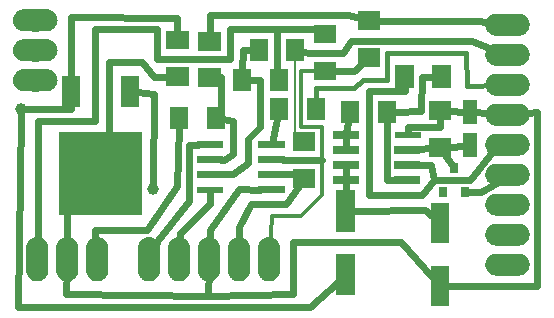
<source format=gbl>
G04 MADE WITH FRITZING*
G04 WWW.FRITZING.ORG*
G04 DOUBLE SIDED*
G04 HOLES PLATED*
G04 CONTOUR ON CENTER OF CONTOUR VECTOR*
%ASAXBY*%
%FSLAX23Y23*%
%MOIN*%
%OFA0B0*%
%SFA1.0B1.0*%
%ADD10C,0.074000*%
%ADD11C,0.039370*%
%ADD12R,0.031496X0.035433*%
%ADD13R,0.047244X0.078740*%
%ADD14R,0.087000X0.024000*%
%ADD15R,0.062992X0.074803*%
%ADD16R,0.074803X0.062992*%
%ADD17R,0.062992X0.137795*%
%ADD18C,0.024000*%
%ADD19C,0.008000*%
%ADD20C,0.016000*%
%ADD21C,0.012000*%
%ADD22R,0.001000X0.001000*%
%LNCOPPER0*%
G90*
G70*
G54D10*
X128Y991D03*
X128Y891D03*
X128Y791D03*
X334Y194D03*
X234Y194D03*
X134Y194D03*
X507Y194D03*
X607Y194D03*
X707Y194D03*
X807Y194D03*
X907Y194D03*
X1702Y976D03*
X1702Y876D03*
X1702Y776D03*
X1702Y676D03*
X1702Y576D03*
X1702Y476D03*
X1702Y376D03*
X1702Y276D03*
X1702Y176D03*
G54D11*
X521Y430D03*
X78Y696D03*
G54D12*
X1561Y420D03*
X1486Y420D03*
X1523Y499D03*
G54D13*
X1575Y576D03*
X1575Y686D03*
G54D14*
X708Y428D03*
G54D15*
X817Y794D03*
X939Y794D03*
X994Y893D03*
X872Y893D03*
G54D16*
X1092Y824D03*
X1092Y946D03*
G54D15*
X1063Y696D03*
X941Y696D03*
X728Y666D03*
X606Y666D03*
G54D17*
X1476Y318D03*
X1476Y105D03*
G54D15*
X1299Y686D03*
X1177Y686D03*
G54D14*
X1368Y610D03*
G54D18*
X836Y518D02*
X787Y480D01*
D02*
X787Y480D02*
X746Y479D01*
D02*
X836Y597D02*
X836Y518D01*
D02*
X876Y637D02*
X836Y597D01*
D02*
X876Y794D02*
X876Y637D01*
D02*
X843Y794D02*
X876Y794D01*
D02*
X708Y293D02*
X707Y227D01*
D02*
X876Y428D02*
X807Y430D01*
D02*
X807Y430D02*
X708Y293D01*
D02*
X916Y584D02*
X934Y664D01*
G54D19*
D02*
X1023Y588D02*
X994Y608D01*
D02*
X994Y608D02*
X994Y861D01*
G54D18*
D02*
X1044Y883D02*
X1020Y888D01*
D02*
X1583Y922D02*
X1180Y922D01*
D02*
X1180Y922D02*
X1152Y883D01*
D02*
X1152Y883D02*
X1044Y883D01*
D02*
X1672Y888D02*
X1583Y922D01*
G54D20*
D02*
X1063Y766D02*
X1191Y766D01*
D02*
X1219Y794D02*
X1299Y794D01*
D02*
X1299Y794D02*
X1299Y883D01*
D02*
X1565Y774D02*
X1675Y776D01*
D02*
X1063Y728D02*
X1063Y766D01*
D02*
X1191Y766D02*
X1219Y794D01*
D02*
X1299Y883D02*
X1564Y883D01*
D02*
X1564Y883D02*
X1565Y774D01*
G54D18*
D02*
X325Y656D02*
X325Y962D01*
D02*
X621Y863D02*
X777Y864D01*
D02*
X137Y656D02*
X325Y656D01*
D02*
X532Y962D02*
X532Y863D01*
D02*
X325Y962D02*
X532Y962D01*
D02*
X532Y863D02*
X621Y863D01*
D02*
X135Y227D02*
X137Y656D01*
D02*
X934Y963D02*
X1053Y963D01*
D02*
X777Y864D02*
X777Y963D01*
D02*
X777Y963D02*
X934Y963D01*
D02*
X1053Y963D02*
X1060Y959D01*
D02*
X1654Y558D02*
X1672Y564D01*
D02*
X1575Y460D02*
X1654Y558D01*
D02*
X1447Y510D02*
X1456Y460D01*
D02*
X1406Y510D02*
X1447Y510D01*
D02*
X1456Y460D02*
X1575Y460D01*
D02*
X1613Y419D02*
X1675Y458D01*
D02*
X1571Y420D02*
X1613Y419D01*
D02*
X1476Y636D02*
X1476Y664D01*
D02*
X1368Y636D02*
X1476Y636D01*
D02*
X1368Y616D02*
X1368Y636D01*
D02*
X1508Y689D02*
X1556Y687D01*
D02*
X1593Y685D02*
X1669Y679D01*
D02*
X1800Y686D02*
X1800Y105D01*
D02*
X1800Y105D02*
X1502Y105D01*
D02*
X1735Y679D02*
X1800Y686D01*
D02*
X1163Y616D02*
X1171Y654D01*
D02*
X1508Y571D02*
X1556Y574D01*
D02*
X1494Y542D02*
X1515Y511D01*
D02*
X1444Y566D02*
X1406Y563D01*
D02*
X1162Y603D02*
X1162Y566D01*
D02*
X1162Y466D02*
X1162Y503D01*
G54D21*
D02*
X1013Y341D02*
X1083Y410D01*
D02*
X916Y341D02*
X1013Y341D01*
D02*
X1083Y528D02*
X1083Y637D01*
D02*
X1013Y637D02*
X1013Y824D01*
D02*
X1083Y410D02*
X1083Y528D01*
D02*
X908Y221D02*
X916Y341D01*
D02*
X1083Y637D02*
X1013Y637D01*
G54D18*
D02*
X1124Y824D02*
X1191Y824D01*
D02*
X1191Y824D02*
X1212Y843D01*
G54D21*
D02*
X1013Y824D02*
X1060Y824D01*
G54D18*
D02*
X846Y380D02*
X963Y380D01*
D02*
X807Y302D02*
X846Y380D01*
D02*
X963Y380D02*
X1005Y440D01*
D02*
X807Y227D02*
X807Y302D01*
D02*
X985Y480D02*
X992Y477D01*
D02*
X952Y479D02*
X985Y480D01*
D02*
X952Y528D02*
X1083Y528D01*
D02*
X728Y666D02*
X747Y687D01*
D02*
X747Y804D02*
X740Y803D01*
D02*
X747Y687D02*
X747Y804D01*
D02*
X787Y548D02*
X787Y657D01*
D02*
X787Y657D02*
X754Y662D01*
D02*
X757Y528D02*
X787Y548D01*
D02*
X746Y528D02*
X757Y528D01*
D02*
X501Y292D02*
X600Y440D01*
D02*
X600Y440D02*
X605Y635D01*
D02*
X331Y227D02*
X325Y292D01*
D02*
X325Y292D02*
X501Y292D01*
D02*
X818Y892D02*
X846Y892D01*
D02*
X817Y826D02*
X818Y892D01*
D02*
X934Y834D02*
X935Y826D01*
D02*
X934Y963D02*
X934Y834D01*
D02*
X1187Y358D02*
X1427Y360D01*
D02*
X1427Y360D02*
X1450Y341D01*
D02*
X1162Y421D02*
X1162Y453D01*
D02*
X1347Y252D02*
X1450Y135D01*
D02*
X985Y252D02*
X1347Y252D01*
D02*
X987Y79D02*
X985Y252D01*
D02*
X610Y282D02*
X608Y227D01*
D02*
X708Y380D02*
X610Y282D01*
D02*
X708Y421D02*
X708Y380D01*
D02*
X536Y261D02*
X520Y224D01*
D02*
X640Y391D02*
X536Y261D01*
D02*
X670Y577D02*
X640Y577D01*
D02*
X640Y577D02*
X640Y391D01*
D02*
X233Y352D02*
X265Y389D01*
D02*
X234Y227D02*
X233Y352D01*
D02*
X521Y449D02*
X523Y748D01*
D02*
X523Y748D02*
X467Y753D01*
D02*
X246Y696D02*
X246Y707D01*
D02*
X97Y696D02*
X246Y696D01*
D02*
X246Y803D02*
X247Y1002D01*
D02*
X600Y1001D02*
X600Y952D01*
D02*
X247Y1002D02*
X600Y1001D01*
D02*
X522Y804D02*
X568Y804D01*
D02*
X373Y558D02*
X373Y853D01*
D02*
X373Y853D02*
X482Y853D01*
D02*
X387Y595D02*
X373Y558D01*
D02*
X482Y853D02*
X522Y804D01*
D02*
X703Y74D02*
X706Y161D01*
D02*
X987Y79D02*
X703Y74D01*
D02*
X703Y74D02*
X231Y79D01*
D02*
X231Y79D02*
X233Y161D01*
D02*
X1044Y37D02*
X1135Y121D01*
D02*
X78Y677D02*
X68Y37D01*
D02*
X68Y37D02*
X1044Y37D01*
D02*
X1299Y460D02*
X1330Y460D01*
D02*
X1299Y654D02*
X1299Y460D01*
D02*
X1416Y410D02*
X1456Y460D01*
D02*
X1241Y410D02*
X1416Y410D01*
D02*
X1239Y755D02*
X1241Y410D01*
D02*
X1359Y755D02*
X1239Y755D01*
D02*
X1358Y772D02*
X1359Y755D01*
D02*
X1325Y687D02*
X1413Y689D01*
D02*
X1417Y804D02*
X1454Y804D01*
D02*
X1413Y689D02*
X1417Y804D01*
D02*
X1605Y991D02*
X1670Y981D01*
D02*
X1272Y991D02*
X1605Y991D01*
D02*
X708Y1011D02*
X708Y948D01*
D02*
X1208Y1000D02*
X1171Y1011D01*
D02*
X1171Y1011D02*
X708Y1011D01*
G36*
X752Y466D02*
X665Y466D01*
X665Y490D01*
X752Y490D01*
X752Y466D01*
G37*
D02*
G36*
X958Y416D02*
X871Y416D01*
X871Y440D01*
X958Y440D01*
X958Y416D01*
G37*
D02*
G36*
X958Y516D02*
X871Y516D01*
X871Y540D01*
X958Y540D01*
X958Y516D01*
G37*
D02*
G36*
X752Y516D02*
X665Y516D01*
X665Y540D01*
X752Y540D01*
X752Y516D01*
G37*
D02*
G36*
X958Y466D02*
X871Y466D01*
X871Y490D01*
X958Y490D01*
X958Y466D01*
G37*
D02*
G36*
X752Y566D02*
X665Y566D01*
X665Y590D01*
X752Y590D01*
X752Y566D01*
G37*
D02*
G36*
X958Y566D02*
X871Y566D01*
X871Y590D01*
X958Y590D01*
X958Y566D01*
G37*
D02*
G36*
X986Y619D02*
X1061Y619D01*
X1061Y556D01*
X986Y556D01*
X986Y619D01*
G37*
D02*
G36*
X986Y497D02*
X1061Y497D01*
X1061Y434D01*
X986Y434D01*
X986Y497D01*
G37*
D02*
G36*
X1202Y1023D02*
X1277Y1023D01*
X1277Y960D01*
X1202Y960D01*
X1202Y1023D01*
G37*
D02*
G36*
X1202Y901D02*
X1277Y901D01*
X1277Y838D01*
X1202Y838D01*
X1202Y901D01*
G37*
D02*
G36*
X671Y954D02*
X746Y954D01*
X746Y891D01*
X671Y891D01*
X671Y954D01*
G37*
D02*
G36*
X671Y832D02*
X746Y832D01*
X746Y769D01*
X671Y769D01*
X671Y832D01*
G37*
D02*
G36*
X638Y773D02*
X563Y773D01*
X563Y836D01*
X638Y836D01*
X638Y773D01*
G37*
D02*
G36*
X638Y895D02*
X563Y895D01*
X563Y958D01*
X638Y958D01*
X638Y895D01*
G37*
D02*
G36*
X206Y344D02*
X206Y619D01*
X482Y619D01*
X482Y344D01*
X206Y344D01*
G37*
D02*
G36*
X413Y702D02*
X413Y808D01*
X472Y808D01*
X472Y702D01*
X413Y702D01*
G37*
D02*
G36*
X216Y702D02*
X216Y808D01*
X275Y808D01*
X275Y702D01*
X216Y702D01*
G37*
D02*
G36*
X1193Y76D02*
X1130Y76D01*
X1130Y214D01*
X1193Y214D01*
X1193Y76D01*
G37*
D02*
G36*
X1193Y288D02*
X1130Y288D01*
X1130Y426D01*
X1193Y426D01*
X1193Y288D01*
G37*
D02*
G36*
X1327Y767D02*
X1327Y842D01*
X1390Y842D01*
X1390Y767D01*
X1327Y767D01*
G37*
D02*
G36*
X1449Y767D02*
X1449Y842D01*
X1512Y842D01*
X1512Y767D01*
X1449Y767D01*
G37*
D02*
G36*
X1324Y572D02*
X1411Y572D01*
X1411Y548D01*
X1324Y548D01*
X1324Y572D01*
G37*
D02*
G36*
X1118Y622D02*
X1205Y622D01*
X1205Y598D01*
X1118Y598D01*
X1118Y622D01*
G37*
D02*
G36*
X1118Y522D02*
X1205Y522D01*
X1205Y498D01*
X1118Y498D01*
X1118Y522D01*
G37*
D02*
G36*
X1324Y522D02*
X1411Y522D01*
X1411Y498D01*
X1324Y498D01*
X1324Y522D01*
G37*
D02*
G36*
X1118Y572D02*
X1205Y572D01*
X1205Y548D01*
X1118Y548D01*
X1118Y572D01*
G37*
D02*
G36*
X1324Y472D02*
X1411Y472D01*
X1411Y448D01*
X1324Y448D01*
X1324Y472D01*
G37*
D02*
G36*
X1118Y472D02*
X1205Y472D01*
X1205Y448D01*
X1118Y448D01*
X1118Y472D01*
G37*
D02*
G36*
X1514Y536D02*
X1439Y536D01*
X1439Y599D01*
X1514Y599D01*
X1514Y536D01*
G37*
D02*
G36*
X1514Y659D02*
X1439Y659D01*
X1439Y722D01*
X1514Y722D01*
X1514Y659D01*
G37*
D02*
G54D22*
X90Y1029D02*
X164Y1029D01*
X82Y1028D02*
X172Y1028D01*
X79Y1027D02*
X176Y1027D01*
X76Y1026D02*
X178Y1026D01*
X74Y1025D02*
X180Y1025D01*
X72Y1024D02*
X182Y1024D01*
X70Y1023D02*
X184Y1023D01*
X69Y1022D02*
X185Y1022D01*
X68Y1021D02*
X187Y1021D01*
X66Y1020D02*
X188Y1020D01*
X65Y1019D02*
X189Y1019D01*
X64Y1018D02*
X190Y1018D01*
X63Y1017D02*
X191Y1017D01*
X62Y1016D02*
X192Y1016D01*
X62Y1015D02*
X193Y1015D01*
X61Y1014D02*
X126Y1014D01*
X128Y1014D02*
X193Y1014D01*
X1663Y1014D02*
X1740Y1014D01*
X60Y1013D02*
X120Y1013D01*
X134Y1013D02*
X194Y1013D01*
X1656Y1013D02*
X1747Y1013D01*
X60Y1012D02*
X117Y1012D01*
X137Y1012D02*
X195Y1012D01*
X1653Y1012D02*
X1750Y1012D01*
X59Y1011D02*
X116Y1011D01*
X139Y1011D02*
X195Y1011D01*
X1650Y1011D02*
X1752Y1011D01*
X58Y1010D02*
X114Y1010D01*
X140Y1010D02*
X196Y1010D01*
X1648Y1010D02*
X1755Y1010D01*
X58Y1009D02*
X113Y1009D01*
X142Y1009D02*
X196Y1009D01*
X1646Y1009D02*
X1756Y1009D01*
X57Y1008D02*
X112Y1008D01*
X143Y1008D02*
X197Y1008D01*
X1644Y1008D02*
X1758Y1008D01*
X57Y1007D02*
X111Y1007D01*
X144Y1007D02*
X197Y1007D01*
X1643Y1007D02*
X1759Y1007D01*
X56Y1006D02*
X110Y1006D01*
X145Y1006D02*
X198Y1006D01*
X1642Y1006D02*
X1761Y1006D01*
X56Y1005D02*
X109Y1005D01*
X145Y1005D02*
X198Y1005D01*
X1641Y1005D02*
X1762Y1005D01*
X56Y1004D02*
X108Y1004D01*
X146Y1004D02*
X199Y1004D01*
X1639Y1004D02*
X1763Y1004D01*
X55Y1003D02*
X108Y1003D01*
X147Y1003D02*
X199Y1003D01*
X1638Y1003D02*
X1764Y1003D01*
X55Y1002D02*
X107Y1002D01*
X147Y1002D02*
X199Y1002D01*
X1637Y1002D02*
X1765Y1002D01*
X55Y1001D02*
X107Y1001D01*
X148Y1001D02*
X199Y1001D01*
X1637Y1001D02*
X1766Y1001D01*
X55Y1000D02*
X106Y1000D01*
X148Y1000D02*
X200Y1000D01*
X1636Y1000D02*
X1767Y1000D01*
X54Y999D02*
X106Y999D01*
X148Y999D02*
X200Y999D01*
X1635Y999D02*
X1699Y999D01*
X1704Y999D02*
X1768Y999D01*
X54Y998D02*
X105Y998D01*
X149Y998D02*
X200Y998D01*
X1634Y998D02*
X1694Y998D01*
X1709Y998D02*
X1768Y998D01*
X54Y997D02*
X105Y997D01*
X149Y997D02*
X200Y997D01*
X1634Y997D02*
X1691Y997D01*
X1711Y997D02*
X1769Y997D01*
X54Y996D02*
X105Y996D01*
X149Y996D02*
X200Y996D01*
X1633Y996D02*
X1690Y996D01*
X1713Y996D02*
X1770Y996D01*
X54Y995D02*
X105Y995D01*
X149Y995D02*
X200Y995D01*
X1632Y995D02*
X1688Y995D01*
X1715Y995D02*
X1770Y995D01*
X54Y994D02*
X105Y994D01*
X150Y994D02*
X200Y994D01*
X1632Y994D02*
X1687Y994D01*
X1716Y994D02*
X1771Y994D01*
X54Y993D02*
X105Y993D01*
X150Y993D02*
X201Y993D01*
X1631Y993D02*
X1686Y993D01*
X1717Y993D02*
X1771Y993D01*
X54Y992D02*
X105Y992D01*
X150Y992D02*
X201Y992D01*
X1631Y992D02*
X1685Y992D01*
X1718Y992D02*
X1772Y992D01*
X54Y991D02*
X105Y991D01*
X150Y991D02*
X201Y991D01*
X1631Y991D02*
X1684Y991D01*
X1719Y991D02*
X1772Y991D01*
X54Y990D02*
X105Y990D01*
X149Y990D02*
X200Y990D01*
X1630Y990D02*
X1683Y990D01*
X1720Y990D02*
X1772Y990D01*
X54Y989D02*
X105Y989D01*
X149Y989D02*
X200Y989D01*
X1630Y989D02*
X1682Y989D01*
X1720Y989D02*
X1773Y989D01*
X54Y988D02*
X105Y988D01*
X149Y988D02*
X200Y988D01*
X1629Y988D02*
X1682Y988D01*
X1721Y988D02*
X1773Y988D01*
X54Y987D02*
X105Y987D01*
X149Y987D02*
X200Y987D01*
X1629Y987D02*
X1681Y987D01*
X1721Y987D02*
X1773Y987D01*
X54Y986D02*
X105Y986D01*
X149Y986D02*
X200Y986D01*
X1629Y986D02*
X1681Y986D01*
X1722Y986D02*
X1774Y986D01*
X54Y985D02*
X106Y985D01*
X148Y985D02*
X200Y985D01*
X1629Y985D02*
X1680Y985D01*
X1722Y985D02*
X1774Y985D01*
X55Y984D02*
X106Y984D01*
X148Y984D02*
X200Y984D01*
X1628Y984D02*
X1680Y984D01*
X1723Y984D02*
X1774Y984D01*
X55Y983D02*
X107Y983D01*
X148Y983D02*
X199Y983D01*
X1628Y983D02*
X1680Y983D01*
X1723Y983D02*
X1774Y983D01*
X55Y982D02*
X107Y982D01*
X147Y982D02*
X199Y982D01*
X1628Y982D02*
X1679Y982D01*
X1723Y982D02*
X1774Y982D01*
X55Y981D02*
X108Y981D01*
X147Y981D02*
X199Y981D01*
X1628Y981D02*
X1679Y981D01*
X1723Y981D02*
X1775Y981D01*
X56Y980D02*
X108Y980D01*
X146Y980D02*
X199Y980D01*
X1628Y980D02*
X1679Y980D01*
X1724Y980D02*
X1775Y980D01*
X56Y979D02*
X109Y979D01*
X145Y979D02*
X198Y979D01*
X1628Y979D02*
X1679Y979D01*
X1724Y979D02*
X1775Y979D01*
X56Y978D02*
X110Y978D01*
X145Y978D02*
X198Y978D01*
X1628Y978D02*
X1679Y978D01*
X1724Y978D02*
X1775Y978D01*
X57Y977D02*
X111Y977D01*
X144Y977D02*
X197Y977D01*
X1628Y977D02*
X1679Y977D01*
X1724Y977D02*
X1775Y977D01*
X57Y976D02*
X112Y976D01*
X143Y976D02*
X197Y976D01*
X1628Y976D02*
X1679Y976D01*
X1724Y976D02*
X1775Y976D01*
X58Y975D02*
X113Y975D01*
X141Y975D02*
X196Y975D01*
X1628Y975D02*
X1679Y975D01*
X1724Y975D02*
X1775Y975D01*
X58Y974D02*
X114Y974D01*
X140Y974D02*
X196Y974D01*
X1628Y974D02*
X1679Y974D01*
X1724Y974D02*
X1775Y974D01*
X59Y973D02*
X116Y973D01*
X139Y973D02*
X195Y973D01*
X1628Y973D02*
X1679Y973D01*
X1723Y973D02*
X1774Y973D01*
X60Y972D02*
X118Y972D01*
X137Y972D02*
X195Y972D01*
X1628Y972D02*
X1679Y972D01*
X1723Y972D02*
X1774Y972D01*
X60Y971D02*
X120Y971D01*
X134Y971D02*
X194Y971D01*
X1628Y971D02*
X1680Y971D01*
X1723Y971D02*
X1774Y971D01*
X61Y970D02*
X193Y970D01*
X1628Y970D02*
X1680Y970D01*
X1723Y970D02*
X1774Y970D01*
X62Y969D02*
X192Y969D01*
X1629Y969D02*
X1680Y969D01*
X1722Y969D02*
X1774Y969D01*
X63Y968D02*
X192Y968D01*
X1629Y968D02*
X1681Y968D01*
X1722Y968D02*
X1774Y968D01*
X63Y967D02*
X191Y967D01*
X1629Y967D02*
X1681Y967D01*
X1721Y967D02*
X1773Y967D01*
X64Y966D02*
X190Y966D01*
X1629Y966D02*
X1682Y966D01*
X1721Y966D02*
X1773Y966D01*
X65Y965D02*
X189Y965D01*
X1630Y965D02*
X1682Y965D01*
X1720Y965D02*
X1773Y965D01*
X67Y964D02*
X188Y964D01*
X1630Y964D02*
X1683Y964D01*
X1719Y964D02*
X1772Y964D01*
X68Y963D02*
X186Y963D01*
X1631Y963D02*
X1684Y963D01*
X1719Y963D02*
X1772Y963D01*
X69Y962D02*
X185Y962D01*
X1631Y962D02*
X1685Y962D01*
X1718Y962D02*
X1771Y962D01*
X71Y961D02*
X184Y961D01*
X1631Y961D02*
X1686Y961D01*
X1717Y961D02*
X1771Y961D01*
X72Y960D02*
X182Y960D01*
X1632Y960D02*
X1687Y960D01*
X1716Y960D02*
X1771Y960D01*
X74Y959D02*
X180Y959D01*
X1633Y959D02*
X1688Y959D01*
X1714Y959D02*
X1770Y959D01*
X76Y958D02*
X178Y958D01*
X1633Y958D02*
X1690Y958D01*
X1713Y958D02*
X1769Y958D01*
X79Y957D02*
X175Y957D01*
X1634Y957D02*
X1692Y957D01*
X1711Y957D02*
X1769Y957D01*
X82Y956D02*
X172Y956D01*
X1634Y956D02*
X1695Y956D01*
X1708Y956D02*
X1768Y956D01*
X1635Y955D02*
X1767Y955D01*
X1636Y954D02*
X1767Y954D01*
X1637Y953D02*
X1766Y953D01*
X1638Y952D02*
X1765Y952D01*
X1639Y951D02*
X1764Y951D01*
X1640Y950D02*
X1763Y950D01*
X1641Y949D02*
X1762Y949D01*
X1642Y948D02*
X1761Y948D01*
X1643Y947D02*
X1759Y947D01*
X1645Y946D02*
X1758Y946D01*
X1646Y945D02*
X1756Y945D01*
X1648Y944D02*
X1754Y944D01*
X1650Y943D02*
X1752Y943D01*
X1653Y942D02*
X1749Y942D01*
X1657Y941D02*
X1746Y941D01*
X89Y929D02*
X165Y929D01*
X82Y928D02*
X172Y928D01*
X78Y927D02*
X176Y927D01*
X76Y926D02*
X178Y926D01*
X74Y925D02*
X180Y925D01*
X72Y924D02*
X182Y924D01*
X70Y923D02*
X184Y923D01*
X69Y922D02*
X185Y922D01*
X68Y921D02*
X187Y921D01*
X66Y920D02*
X188Y920D01*
X65Y919D02*
X189Y919D01*
X64Y918D02*
X190Y918D01*
X63Y917D02*
X191Y917D01*
X62Y916D02*
X192Y916D01*
X62Y915D02*
X193Y915D01*
X61Y914D02*
X125Y914D01*
X130Y914D02*
X193Y914D01*
X1662Y914D02*
X1741Y914D01*
X60Y913D02*
X120Y913D01*
X134Y913D02*
X194Y913D01*
X1656Y913D02*
X1747Y913D01*
X59Y912D02*
X117Y912D01*
X137Y912D02*
X195Y912D01*
X1652Y912D02*
X1750Y912D01*
X59Y911D02*
X115Y911D01*
X139Y911D02*
X195Y911D01*
X1650Y911D02*
X1753Y911D01*
X58Y910D02*
X114Y910D01*
X140Y910D02*
X196Y910D01*
X1648Y910D02*
X1755Y910D01*
X58Y909D02*
X113Y909D01*
X142Y909D02*
X196Y909D01*
X1646Y909D02*
X1757Y909D01*
X57Y908D02*
X111Y908D01*
X143Y908D02*
X197Y908D01*
X1644Y908D02*
X1758Y908D01*
X57Y907D02*
X110Y907D01*
X144Y907D02*
X197Y907D01*
X1643Y907D02*
X1760Y907D01*
X56Y906D02*
X110Y906D01*
X145Y906D02*
X198Y906D01*
X1642Y906D02*
X1761Y906D01*
X56Y905D02*
X109Y905D01*
X145Y905D02*
X198Y905D01*
X1640Y905D02*
X1762Y905D01*
X56Y904D02*
X108Y904D01*
X146Y904D02*
X199Y904D01*
X1639Y904D02*
X1763Y904D01*
X55Y903D02*
X108Y903D01*
X147Y903D02*
X199Y903D01*
X1638Y903D02*
X1764Y903D01*
X55Y902D02*
X107Y902D01*
X147Y902D02*
X199Y902D01*
X1637Y902D02*
X1765Y902D01*
X55Y901D02*
X107Y901D01*
X148Y901D02*
X199Y901D01*
X1637Y901D02*
X1766Y901D01*
X55Y900D02*
X106Y900D01*
X148Y900D02*
X200Y900D01*
X1636Y900D02*
X1767Y900D01*
X54Y899D02*
X106Y899D01*
X148Y899D02*
X200Y899D01*
X1635Y899D02*
X1698Y899D01*
X1704Y899D02*
X1768Y899D01*
X54Y898D02*
X105Y898D01*
X149Y898D02*
X200Y898D01*
X1634Y898D02*
X1694Y898D01*
X1709Y898D02*
X1768Y898D01*
X54Y897D02*
X105Y897D01*
X149Y897D02*
X200Y897D01*
X1634Y897D02*
X1691Y897D01*
X1711Y897D02*
X1769Y897D01*
X54Y896D02*
X105Y896D01*
X149Y896D02*
X200Y896D01*
X1633Y896D02*
X1689Y896D01*
X1713Y896D02*
X1770Y896D01*
X54Y895D02*
X105Y895D01*
X149Y895D02*
X200Y895D01*
X1632Y895D02*
X1688Y895D01*
X1715Y895D02*
X1770Y895D01*
X54Y894D02*
X105Y894D01*
X150Y894D02*
X200Y894D01*
X1632Y894D02*
X1687Y894D01*
X1716Y894D02*
X1771Y894D01*
X54Y893D02*
X105Y893D01*
X150Y893D02*
X201Y893D01*
X1631Y893D02*
X1686Y893D01*
X1717Y893D02*
X1771Y893D01*
X54Y892D02*
X105Y892D01*
X150Y892D02*
X201Y892D01*
X1631Y892D02*
X1685Y892D01*
X1718Y892D02*
X1772Y892D01*
X54Y891D02*
X105Y891D01*
X150Y891D02*
X201Y891D01*
X1630Y891D02*
X1684Y891D01*
X1719Y891D02*
X1772Y891D01*
X54Y890D02*
X105Y890D01*
X149Y890D02*
X200Y890D01*
X1630Y890D02*
X1683Y890D01*
X1720Y890D02*
X1772Y890D01*
X54Y889D02*
X105Y889D01*
X149Y889D02*
X200Y889D01*
X1630Y889D02*
X1682Y889D01*
X1720Y889D02*
X1773Y889D01*
X54Y888D02*
X105Y888D01*
X149Y888D02*
X200Y888D01*
X1629Y888D02*
X1682Y888D01*
X1721Y888D02*
X1773Y888D01*
X54Y887D02*
X105Y887D01*
X149Y887D02*
X200Y887D01*
X1629Y887D02*
X1681Y887D01*
X1721Y887D02*
X1773Y887D01*
X54Y886D02*
X106Y886D01*
X149Y886D02*
X200Y886D01*
X1629Y886D02*
X1681Y886D01*
X1722Y886D02*
X1774Y886D01*
X54Y885D02*
X106Y885D01*
X148Y885D02*
X200Y885D01*
X1629Y885D02*
X1680Y885D01*
X1722Y885D02*
X1774Y885D01*
X55Y884D02*
X106Y884D01*
X148Y884D02*
X200Y884D01*
X1628Y884D02*
X1680Y884D01*
X1723Y884D02*
X1774Y884D01*
X55Y883D02*
X107Y883D01*
X148Y883D02*
X199Y883D01*
X1628Y883D02*
X1680Y883D01*
X1723Y883D02*
X1774Y883D01*
X55Y882D02*
X107Y882D01*
X147Y882D02*
X199Y882D01*
X1628Y882D02*
X1679Y882D01*
X1723Y882D02*
X1774Y882D01*
X55Y881D02*
X108Y881D01*
X147Y881D02*
X199Y881D01*
X1628Y881D02*
X1679Y881D01*
X1723Y881D02*
X1775Y881D01*
X56Y880D02*
X108Y880D01*
X146Y880D02*
X199Y880D01*
X1628Y880D02*
X1679Y880D01*
X1724Y880D02*
X1775Y880D01*
X56Y879D02*
X109Y879D01*
X145Y879D02*
X198Y879D01*
X1628Y879D02*
X1679Y879D01*
X1724Y879D02*
X1775Y879D01*
X56Y878D02*
X110Y878D01*
X144Y878D02*
X198Y878D01*
X1628Y878D02*
X1679Y878D01*
X1724Y878D02*
X1775Y878D01*
X57Y877D02*
X111Y877D01*
X144Y877D02*
X197Y877D01*
X1628Y877D02*
X1679Y877D01*
X1724Y877D02*
X1775Y877D01*
X57Y876D02*
X112Y876D01*
X143Y876D02*
X197Y876D01*
X1628Y876D02*
X1679Y876D01*
X1724Y876D02*
X1775Y876D01*
X58Y875D02*
X113Y875D01*
X141Y875D02*
X196Y875D01*
X1628Y875D02*
X1679Y875D01*
X1724Y875D02*
X1775Y875D01*
X58Y874D02*
X114Y874D01*
X140Y874D02*
X196Y874D01*
X1628Y874D02*
X1679Y874D01*
X1724Y874D02*
X1775Y874D01*
X59Y873D02*
X116Y873D01*
X138Y873D02*
X195Y873D01*
X1628Y873D02*
X1679Y873D01*
X1723Y873D02*
X1774Y873D01*
X60Y872D02*
X118Y872D01*
X136Y872D02*
X195Y872D01*
X1628Y872D02*
X1679Y872D01*
X1723Y872D02*
X1774Y872D01*
X60Y871D02*
X121Y871D01*
X134Y871D02*
X194Y871D01*
X1628Y871D02*
X1680Y871D01*
X1723Y871D02*
X1774Y871D01*
X61Y870D02*
X193Y870D01*
X1628Y870D02*
X1680Y870D01*
X1723Y870D02*
X1774Y870D01*
X62Y869D02*
X192Y869D01*
X1629Y869D02*
X1680Y869D01*
X1722Y869D02*
X1774Y869D01*
X63Y868D02*
X192Y868D01*
X1629Y868D02*
X1681Y868D01*
X1722Y868D02*
X1774Y868D01*
X64Y867D02*
X191Y867D01*
X1629Y867D02*
X1681Y867D01*
X1721Y867D02*
X1773Y867D01*
X64Y866D02*
X190Y866D01*
X1630Y866D02*
X1682Y866D01*
X1721Y866D02*
X1773Y866D01*
X66Y865D02*
X189Y865D01*
X1630Y865D02*
X1682Y865D01*
X1720Y865D02*
X1773Y865D01*
X67Y864D02*
X188Y864D01*
X1630Y864D02*
X1683Y864D01*
X1719Y864D02*
X1772Y864D01*
X68Y863D02*
X186Y863D01*
X1631Y863D02*
X1684Y863D01*
X1719Y863D02*
X1772Y863D01*
X69Y862D02*
X185Y862D01*
X1631Y862D02*
X1685Y862D01*
X1718Y862D02*
X1771Y862D01*
X71Y861D02*
X184Y861D01*
X1632Y861D02*
X1686Y861D01*
X1717Y861D02*
X1771Y861D01*
X72Y860D02*
X182Y860D01*
X1632Y860D02*
X1687Y860D01*
X1715Y860D02*
X1770Y860D01*
X74Y859D02*
X180Y859D01*
X1633Y859D02*
X1688Y859D01*
X1714Y859D02*
X1770Y859D01*
X76Y858D02*
X178Y858D01*
X1633Y858D02*
X1690Y858D01*
X1713Y858D02*
X1769Y858D01*
X79Y857D02*
X175Y857D01*
X1634Y857D02*
X1692Y857D01*
X1711Y857D02*
X1769Y857D01*
X83Y856D02*
X172Y856D01*
X1634Y856D02*
X1695Y856D01*
X1708Y856D02*
X1768Y856D01*
X1635Y855D02*
X1767Y855D01*
X1636Y854D02*
X1767Y854D01*
X1637Y853D02*
X1766Y853D01*
X1638Y852D02*
X1765Y852D01*
X1639Y851D02*
X1764Y851D01*
X1640Y850D02*
X1763Y850D01*
X1641Y849D02*
X1762Y849D01*
X1642Y848D02*
X1760Y848D01*
X1643Y847D02*
X1759Y847D01*
X1645Y846D02*
X1758Y846D01*
X1647Y845D02*
X1756Y845D01*
X1648Y844D02*
X1754Y844D01*
X1651Y843D02*
X1752Y843D01*
X1653Y842D02*
X1749Y842D01*
X1657Y841D02*
X1745Y841D01*
X87Y829D02*
X167Y829D01*
X81Y828D02*
X173Y828D01*
X78Y827D02*
X176Y827D01*
X76Y826D02*
X179Y826D01*
X74Y825D02*
X181Y825D01*
X72Y824D02*
X182Y824D01*
X70Y823D02*
X184Y823D01*
X69Y822D02*
X185Y822D01*
X67Y821D02*
X187Y821D01*
X66Y820D02*
X188Y820D01*
X65Y819D02*
X189Y819D01*
X64Y818D02*
X190Y818D01*
X63Y817D02*
X191Y817D01*
X62Y816D02*
X192Y816D01*
X62Y815D02*
X193Y815D01*
X61Y814D02*
X124Y814D01*
X130Y814D02*
X193Y814D01*
X1661Y814D02*
X1742Y814D01*
X60Y813D02*
X120Y813D01*
X135Y813D02*
X194Y813D01*
X1655Y813D02*
X1747Y813D01*
X59Y812D02*
X117Y812D01*
X137Y812D02*
X195Y812D01*
X1652Y812D02*
X1750Y812D01*
X59Y811D02*
X115Y811D01*
X139Y811D02*
X195Y811D01*
X1650Y811D02*
X1753Y811D01*
X58Y810D02*
X114Y810D01*
X140Y810D02*
X196Y810D01*
X1648Y810D02*
X1755Y810D01*
X58Y809D02*
X112Y809D01*
X142Y809D02*
X197Y809D01*
X1646Y809D02*
X1757Y809D01*
X57Y808D02*
X111Y808D01*
X143Y808D02*
X197Y808D01*
X1644Y808D02*
X1758Y808D01*
X57Y807D02*
X110Y807D01*
X144Y807D02*
X197Y807D01*
X1643Y807D02*
X1760Y807D01*
X56Y806D02*
X110Y806D01*
X145Y806D02*
X198Y806D01*
X1642Y806D02*
X1761Y806D01*
X56Y805D02*
X109Y805D01*
X145Y805D02*
X198Y805D01*
X1640Y805D02*
X1762Y805D01*
X56Y804D02*
X108Y804D01*
X146Y804D02*
X199Y804D01*
X1639Y804D02*
X1763Y804D01*
X55Y803D02*
X107Y803D01*
X147Y803D02*
X199Y803D01*
X1638Y803D02*
X1764Y803D01*
X55Y802D02*
X107Y802D01*
X147Y802D02*
X199Y802D01*
X1637Y802D02*
X1765Y802D01*
X55Y801D02*
X106Y801D01*
X148Y801D02*
X200Y801D01*
X1636Y801D02*
X1766Y801D01*
X54Y800D02*
X106Y800D01*
X148Y800D02*
X200Y800D01*
X1636Y800D02*
X1767Y800D01*
X54Y799D02*
X106Y799D01*
X149Y799D02*
X200Y799D01*
X1635Y799D02*
X1698Y799D01*
X1705Y799D02*
X1768Y799D01*
X54Y798D02*
X105Y798D01*
X149Y798D02*
X200Y798D01*
X1634Y798D02*
X1694Y798D01*
X1709Y798D02*
X1768Y798D01*
X54Y797D02*
X105Y797D01*
X149Y797D02*
X200Y797D01*
X1634Y797D02*
X1691Y797D01*
X1711Y797D02*
X1769Y797D01*
X54Y796D02*
X105Y796D01*
X149Y796D02*
X200Y796D01*
X1633Y796D02*
X1689Y796D01*
X1713Y796D02*
X1770Y796D01*
X54Y795D02*
X105Y795D01*
X149Y795D02*
X200Y795D01*
X1632Y795D02*
X1688Y795D01*
X1715Y795D02*
X1770Y795D01*
X54Y794D02*
X105Y794D01*
X150Y794D02*
X201Y794D01*
X1632Y794D02*
X1687Y794D01*
X1716Y794D02*
X1771Y794D01*
X54Y793D02*
X105Y793D01*
X150Y793D02*
X201Y793D01*
X1631Y793D02*
X1685Y793D01*
X1717Y793D02*
X1771Y793D01*
X54Y792D02*
X105Y792D01*
X150Y792D02*
X201Y792D01*
X1631Y792D02*
X1684Y792D01*
X1718Y792D02*
X1772Y792D01*
X54Y791D02*
X105Y791D01*
X150Y791D02*
X201Y791D01*
X1630Y791D02*
X1684Y791D01*
X1719Y791D02*
X1772Y791D01*
X54Y790D02*
X105Y790D01*
X149Y790D02*
X201Y790D01*
X1630Y790D02*
X1683Y790D01*
X1720Y790D02*
X1772Y790D01*
X54Y789D02*
X105Y789D01*
X149Y789D02*
X200Y789D01*
X1630Y789D02*
X1682Y789D01*
X1720Y789D02*
X1773Y789D01*
X54Y788D02*
X105Y788D01*
X149Y788D02*
X200Y788D01*
X1629Y788D02*
X1682Y788D01*
X1721Y788D02*
X1773Y788D01*
X54Y787D02*
X105Y787D01*
X149Y787D02*
X200Y787D01*
X1629Y787D02*
X1681Y787D01*
X1721Y787D02*
X1773Y787D01*
X54Y786D02*
X106Y786D01*
X149Y786D02*
X200Y786D01*
X1629Y786D02*
X1681Y786D01*
X1722Y786D02*
X1774Y786D01*
X54Y785D02*
X106Y785D01*
X148Y785D02*
X200Y785D01*
X1629Y785D02*
X1680Y785D01*
X1722Y785D02*
X1774Y785D01*
X55Y784D02*
X106Y784D01*
X148Y784D02*
X200Y784D01*
X1628Y784D02*
X1680Y784D01*
X1723Y784D02*
X1774Y784D01*
X55Y783D02*
X107Y783D01*
X148Y783D02*
X199Y783D01*
X1628Y783D02*
X1680Y783D01*
X1723Y783D02*
X1774Y783D01*
X55Y782D02*
X107Y782D01*
X147Y782D02*
X199Y782D01*
X1628Y782D02*
X1679Y782D01*
X1723Y782D02*
X1774Y782D01*
X55Y781D02*
X108Y781D01*
X147Y781D02*
X199Y781D01*
X1628Y781D02*
X1679Y781D01*
X1723Y781D02*
X1775Y781D01*
X56Y780D02*
X108Y780D01*
X146Y780D02*
X199Y780D01*
X1628Y780D02*
X1679Y780D01*
X1724Y780D02*
X1775Y780D01*
X56Y779D02*
X109Y779D01*
X145Y779D02*
X198Y779D01*
X1628Y779D02*
X1679Y779D01*
X1724Y779D02*
X1775Y779D01*
X56Y778D02*
X110Y778D01*
X144Y778D02*
X198Y778D01*
X1628Y778D02*
X1679Y778D01*
X1724Y778D02*
X1775Y778D01*
X57Y777D02*
X111Y777D01*
X144Y777D02*
X197Y777D01*
X1628Y777D02*
X1679Y777D01*
X1724Y777D02*
X1775Y777D01*
X57Y776D02*
X112Y776D01*
X142Y776D02*
X197Y776D01*
X1628Y776D02*
X1679Y776D01*
X1724Y776D02*
X1775Y776D01*
X58Y775D02*
X113Y775D01*
X141Y775D02*
X196Y775D01*
X1628Y775D02*
X1679Y775D01*
X1724Y775D02*
X1775Y775D01*
X58Y774D02*
X114Y774D01*
X140Y774D02*
X196Y774D01*
X1628Y774D02*
X1679Y774D01*
X1724Y774D02*
X1775Y774D01*
X59Y773D02*
X116Y773D01*
X138Y773D02*
X195Y773D01*
X1628Y773D02*
X1679Y773D01*
X1723Y773D02*
X1774Y773D01*
X60Y772D02*
X118Y772D01*
X136Y772D02*
X195Y772D01*
X1628Y772D02*
X1679Y772D01*
X1723Y772D02*
X1774Y772D01*
X60Y771D02*
X121Y771D01*
X134Y771D02*
X194Y771D01*
X1628Y771D02*
X1680Y771D01*
X1723Y771D02*
X1774Y771D01*
X61Y770D02*
X193Y770D01*
X1629Y770D02*
X1680Y770D01*
X1723Y770D02*
X1774Y770D01*
X62Y769D02*
X192Y769D01*
X1629Y769D02*
X1680Y769D01*
X1722Y769D02*
X1774Y769D01*
X63Y768D02*
X192Y768D01*
X1629Y768D02*
X1681Y768D01*
X1722Y768D02*
X1774Y768D01*
X64Y767D02*
X191Y767D01*
X1629Y767D02*
X1681Y767D01*
X1721Y767D02*
X1773Y767D01*
X65Y766D02*
X190Y766D01*
X1630Y766D02*
X1682Y766D01*
X1721Y766D02*
X1773Y766D01*
X66Y765D02*
X189Y765D01*
X1630Y765D02*
X1682Y765D01*
X1720Y765D02*
X1773Y765D01*
X67Y764D02*
X188Y764D01*
X1630Y764D02*
X1683Y764D01*
X1719Y764D02*
X1772Y764D01*
X68Y763D02*
X186Y763D01*
X1631Y763D02*
X1684Y763D01*
X1719Y763D02*
X1772Y763D01*
X69Y762D02*
X185Y762D01*
X1631Y762D02*
X1685Y762D01*
X1718Y762D02*
X1771Y762D01*
X71Y761D02*
X183Y761D01*
X1632Y761D02*
X1686Y761D01*
X1717Y761D02*
X1771Y761D01*
X72Y760D02*
X182Y760D01*
X1632Y760D02*
X1687Y760D01*
X1715Y760D02*
X1770Y760D01*
X74Y759D02*
X180Y759D01*
X1633Y759D02*
X1688Y759D01*
X1714Y759D02*
X1770Y759D01*
X77Y758D02*
X178Y758D01*
X1633Y758D02*
X1690Y758D01*
X1712Y758D02*
X1769Y758D01*
X79Y757D02*
X175Y757D01*
X1634Y757D02*
X1692Y757D01*
X1710Y757D02*
X1769Y757D01*
X83Y756D02*
X171Y756D01*
X1634Y756D02*
X1695Y756D01*
X1707Y756D02*
X1768Y756D01*
X1635Y755D02*
X1767Y755D01*
X1636Y754D02*
X1767Y754D01*
X1637Y753D02*
X1766Y753D01*
X1638Y752D02*
X1765Y752D01*
X1639Y751D02*
X1764Y751D01*
X1640Y750D02*
X1763Y750D01*
X1641Y749D02*
X1762Y749D01*
X1642Y748D02*
X1760Y748D01*
X1643Y747D02*
X1759Y747D01*
X1645Y746D02*
X1758Y746D01*
X1647Y745D02*
X1756Y745D01*
X1649Y744D02*
X1754Y744D01*
X1651Y743D02*
X1752Y743D01*
X1654Y742D02*
X1749Y742D01*
X1657Y741D02*
X1745Y741D01*
X1660Y714D02*
X1742Y714D01*
X1655Y713D02*
X1747Y713D01*
X1652Y712D02*
X1751Y712D01*
X1650Y711D02*
X1753Y711D01*
X1648Y710D02*
X1755Y710D01*
X1646Y709D02*
X1757Y709D01*
X1644Y708D02*
X1758Y708D01*
X1643Y707D02*
X1760Y707D01*
X1641Y706D02*
X1761Y706D01*
X1640Y705D02*
X1762Y705D01*
X1639Y704D02*
X1763Y704D01*
X1638Y703D02*
X1764Y703D01*
X1637Y702D02*
X1765Y702D01*
X1636Y701D02*
X1766Y701D01*
X1636Y700D02*
X1767Y700D01*
X1635Y699D02*
X1697Y699D01*
X1705Y699D02*
X1768Y699D01*
X1634Y698D02*
X1693Y698D01*
X1709Y698D02*
X1768Y698D01*
X1633Y697D02*
X1691Y697D01*
X1712Y697D02*
X1769Y697D01*
X1633Y696D02*
X1689Y696D01*
X1713Y696D02*
X1770Y696D01*
X1632Y695D02*
X1688Y695D01*
X1715Y695D02*
X1770Y695D01*
X1632Y694D02*
X1686Y694D01*
X1716Y694D02*
X1771Y694D01*
X1631Y693D02*
X1685Y693D01*
X1717Y693D02*
X1771Y693D01*
X1631Y692D02*
X1684Y692D01*
X1718Y692D02*
X1772Y692D01*
X1630Y691D02*
X1684Y691D01*
X1719Y691D02*
X1772Y691D01*
X1630Y690D02*
X1683Y690D01*
X1720Y690D02*
X1772Y690D01*
X1630Y689D02*
X1682Y689D01*
X1720Y689D02*
X1773Y689D01*
X1629Y688D02*
X1682Y688D01*
X1721Y688D02*
X1773Y688D01*
X1629Y687D02*
X1681Y687D01*
X1721Y687D02*
X1773Y687D01*
X1629Y686D02*
X1681Y686D01*
X1722Y686D02*
X1774Y686D01*
X1629Y685D02*
X1680Y685D01*
X1722Y685D02*
X1774Y685D01*
X1628Y684D02*
X1680Y684D01*
X1723Y684D02*
X1774Y684D01*
X1628Y683D02*
X1680Y683D01*
X1723Y683D02*
X1774Y683D01*
X1628Y682D02*
X1679Y682D01*
X1723Y682D02*
X1774Y682D01*
X1628Y681D02*
X1679Y681D01*
X1723Y681D02*
X1775Y681D01*
X1628Y680D02*
X1679Y680D01*
X1724Y680D02*
X1775Y680D01*
X1628Y679D02*
X1679Y679D01*
X1724Y679D02*
X1775Y679D01*
X1628Y678D02*
X1679Y678D01*
X1724Y678D02*
X1775Y678D01*
X1628Y677D02*
X1679Y677D01*
X1724Y677D02*
X1775Y677D01*
X1628Y676D02*
X1679Y676D01*
X1724Y676D02*
X1775Y676D01*
X1628Y675D02*
X1679Y675D01*
X1724Y675D02*
X1775Y675D01*
X1628Y674D02*
X1679Y674D01*
X1723Y674D02*
X1775Y674D01*
X1628Y673D02*
X1679Y673D01*
X1723Y673D02*
X1774Y673D01*
X1628Y672D02*
X1679Y672D01*
X1723Y672D02*
X1774Y672D01*
X1628Y671D02*
X1680Y671D01*
X1723Y671D02*
X1774Y671D01*
X1629Y670D02*
X1680Y670D01*
X1722Y670D02*
X1774Y670D01*
X1629Y669D02*
X1680Y669D01*
X1722Y669D02*
X1774Y669D01*
X1629Y668D02*
X1681Y668D01*
X1722Y668D02*
X1774Y668D01*
X1629Y667D02*
X1681Y667D01*
X1721Y667D02*
X1773Y667D01*
X1630Y666D02*
X1682Y666D01*
X1721Y666D02*
X1773Y666D01*
X1630Y665D02*
X1683Y665D01*
X1720Y665D02*
X1773Y665D01*
X1630Y664D02*
X1683Y664D01*
X1719Y664D02*
X1772Y664D01*
X1631Y663D02*
X1684Y663D01*
X1718Y663D02*
X1772Y663D01*
X1631Y662D02*
X1685Y662D01*
X1718Y662D02*
X1771Y662D01*
X1632Y661D02*
X1686Y661D01*
X1717Y661D02*
X1771Y661D01*
X1632Y660D02*
X1687Y660D01*
X1715Y660D02*
X1770Y660D01*
X1633Y659D02*
X1689Y659D01*
X1714Y659D02*
X1770Y659D01*
X1633Y658D02*
X1690Y658D01*
X1712Y658D02*
X1769Y658D01*
X1634Y657D02*
X1692Y657D01*
X1710Y657D02*
X1769Y657D01*
X1635Y656D02*
X1695Y656D01*
X1707Y656D02*
X1768Y656D01*
X1635Y655D02*
X1767Y655D01*
X1636Y654D02*
X1766Y654D01*
X1637Y653D02*
X1766Y653D01*
X1638Y652D02*
X1765Y652D01*
X1639Y651D02*
X1764Y651D01*
X1640Y650D02*
X1763Y650D01*
X1641Y649D02*
X1762Y649D01*
X1642Y648D02*
X1760Y648D01*
X1644Y647D02*
X1759Y647D01*
X1645Y646D02*
X1757Y646D01*
X1647Y645D02*
X1756Y645D01*
X1649Y644D02*
X1754Y644D01*
X1651Y643D02*
X1752Y643D01*
X1654Y642D02*
X1749Y642D01*
X1658Y641D02*
X1745Y641D01*
X1660Y614D02*
X1743Y614D01*
X1655Y613D02*
X1748Y613D01*
X1652Y612D02*
X1751Y612D01*
X1649Y611D02*
X1753Y611D01*
X1647Y610D02*
X1755Y610D01*
X1646Y609D02*
X1757Y609D01*
X1644Y608D02*
X1758Y608D01*
X1643Y607D02*
X1760Y607D01*
X1641Y606D02*
X1761Y606D01*
X1640Y605D02*
X1762Y605D01*
X1639Y604D02*
X1763Y604D01*
X1638Y603D02*
X1764Y603D01*
X1637Y602D02*
X1765Y602D01*
X1636Y601D02*
X1766Y601D01*
X1636Y600D02*
X1767Y600D01*
X1635Y599D02*
X1697Y599D01*
X1706Y599D02*
X1768Y599D01*
X1634Y598D02*
X1693Y598D01*
X1709Y598D02*
X1768Y598D01*
X1633Y597D02*
X1691Y597D01*
X1712Y597D02*
X1769Y597D01*
X1633Y596D02*
X1689Y596D01*
X1713Y596D02*
X1770Y596D01*
X1632Y595D02*
X1688Y595D01*
X1715Y595D02*
X1770Y595D01*
X1632Y594D02*
X1686Y594D01*
X1716Y594D02*
X1771Y594D01*
X1631Y593D02*
X1685Y593D01*
X1717Y593D02*
X1771Y593D01*
X1631Y592D02*
X1684Y592D01*
X1718Y592D02*
X1772Y592D01*
X1630Y591D02*
X1684Y591D01*
X1719Y591D02*
X1772Y591D01*
X1630Y590D02*
X1683Y590D01*
X1720Y590D02*
X1772Y590D01*
X1630Y589D02*
X1682Y589D01*
X1720Y589D02*
X1773Y589D01*
X1629Y588D02*
X1682Y588D01*
X1721Y588D02*
X1773Y588D01*
X1629Y587D02*
X1681Y587D01*
X1722Y587D02*
X1773Y587D01*
X1629Y586D02*
X1681Y586D01*
X1722Y586D02*
X1774Y586D01*
X1629Y585D02*
X1680Y585D01*
X1722Y585D02*
X1774Y585D01*
X1628Y584D02*
X1680Y584D01*
X1723Y584D02*
X1774Y584D01*
X1628Y583D02*
X1679Y583D01*
X1723Y583D02*
X1774Y583D01*
X1628Y582D02*
X1679Y582D01*
X1723Y582D02*
X1774Y582D01*
X1628Y581D02*
X1679Y581D01*
X1723Y581D02*
X1775Y581D01*
X1628Y580D02*
X1679Y580D01*
X1724Y580D02*
X1775Y580D01*
X1628Y579D02*
X1679Y579D01*
X1724Y579D02*
X1775Y579D01*
X1628Y578D02*
X1679Y578D01*
X1724Y578D02*
X1775Y578D01*
X1628Y577D02*
X1679Y577D01*
X1724Y577D02*
X1775Y577D01*
X1628Y576D02*
X1679Y576D01*
X1724Y576D02*
X1775Y576D01*
X1628Y575D02*
X1679Y575D01*
X1724Y575D02*
X1775Y575D01*
X1628Y574D02*
X1679Y574D01*
X1723Y574D02*
X1775Y574D01*
X1628Y573D02*
X1679Y573D01*
X1723Y573D02*
X1774Y573D01*
X1628Y572D02*
X1679Y572D01*
X1723Y572D02*
X1774Y572D01*
X1628Y571D02*
X1680Y571D01*
X1723Y571D02*
X1774Y571D01*
X1629Y570D02*
X1680Y570D01*
X1722Y570D02*
X1774Y570D01*
X1629Y569D02*
X1680Y569D01*
X1722Y569D02*
X1774Y569D01*
X1629Y568D02*
X1681Y568D01*
X1722Y568D02*
X1774Y568D01*
X1629Y567D02*
X1681Y567D01*
X1721Y567D02*
X1773Y567D01*
X1630Y566D02*
X1682Y566D01*
X1721Y566D02*
X1773Y566D01*
X1630Y565D02*
X1683Y565D01*
X1720Y565D02*
X1773Y565D01*
X1630Y564D02*
X1683Y564D01*
X1719Y564D02*
X1772Y564D01*
X1631Y563D02*
X1684Y563D01*
X1718Y563D02*
X1772Y563D01*
X1631Y562D02*
X1685Y562D01*
X1717Y562D02*
X1771Y562D01*
X1632Y561D02*
X1686Y561D01*
X1716Y561D02*
X1771Y561D01*
X1632Y560D02*
X1687Y560D01*
X1715Y560D02*
X1770Y560D01*
X1633Y559D02*
X1689Y559D01*
X1714Y559D02*
X1770Y559D01*
X1633Y558D02*
X1690Y558D01*
X1712Y558D02*
X1769Y558D01*
X1634Y557D02*
X1692Y557D01*
X1710Y557D02*
X1769Y557D01*
X1635Y556D02*
X1696Y556D01*
X1707Y556D02*
X1768Y556D01*
X1635Y555D02*
X1767Y555D01*
X1636Y554D02*
X1766Y554D01*
X1637Y553D02*
X1766Y553D01*
X1638Y552D02*
X1765Y552D01*
X1639Y551D02*
X1764Y551D01*
X1640Y550D02*
X1763Y550D01*
X1641Y549D02*
X1761Y549D01*
X1642Y548D02*
X1760Y548D01*
X1644Y547D02*
X1759Y547D01*
X1645Y546D02*
X1757Y546D01*
X1647Y545D02*
X1756Y545D01*
X1649Y544D02*
X1754Y544D01*
X1651Y543D02*
X1751Y543D01*
X1654Y542D02*
X1749Y542D01*
X1658Y541D02*
X1744Y541D01*
X1659Y514D02*
X1743Y514D01*
X1655Y513D02*
X1748Y513D01*
X1652Y512D02*
X1751Y512D01*
X1649Y511D02*
X1753Y511D01*
X1647Y510D02*
X1755Y510D01*
X1646Y509D02*
X1757Y509D01*
X1644Y508D02*
X1759Y508D01*
X1643Y507D02*
X1760Y507D01*
X1641Y506D02*
X1761Y506D01*
X1640Y505D02*
X1762Y505D01*
X1639Y504D02*
X1763Y504D01*
X1638Y503D02*
X1764Y503D01*
X1637Y502D02*
X1765Y502D01*
X1636Y501D02*
X1766Y501D01*
X1635Y500D02*
X1767Y500D01*
X1635Y499D02*
X1697Y499D01*
X1706Y499D02*
X1768Y499D01*
X1634Y498D02*
X1693Y498D01*
X1710Y498D02*
X1768Y498D01*
X1633Y497D02*
X1691Y497D01*
X1712Y497D02*
X1769Y497D01*
X1633Y496D02*
X1689Y496D01*
X1714Y496D02*
X1770Y496D01*
X1632Y495D02*
X1688Y495D01*
X1715Y495D02*
X1770Y495D01*
X1632Y494D02*
X1686Y494D01*
X1716Y494D02*
X1771Y494D01*
X1631Y493D02*
X1685Y493D01*
X1717Y493D02*
X1771Y493D01*
X1631Y492D02*
X1684Y492D01*
X1718Y492D02*
X1772Y492D01*
X1630Y491D02*
X1683Y491D01*
X1719Y491D02*
X1772Y491D01*
X1630Y490D02*
X1683Y490D01*
X1720Y490D02*
X1773Y490D01*
X1630Y489D02*
X1682Y489D01*
X1720Y489D02*
X1773Y489D01*
X1629Y488D02*
X1681Y488D01*
X1721Y488D02*
X1773Y488D01*
X1629Y487D02*
X1681Y487D01*
X1722Y487D02*
X1773Y487D01*
X1629Y486D02*
X1681Y486D01*
X1722Y486D02*
X1774Y486D01*
X1629Y485D02*
X1680Y485D01*
X1722Y485D02*
X1774Y485D01*
X1628Y484D02*
X1680Y484D01*
X1723Y484D02*
X1774Y484D01*
X1628Y483D02*
X1679Y483D01*
X1723Y483D02*
X1774Y483D01*
X1628Y482D02*
X1679Y482D01*
X1723Y482D02*
X1774Y482D01*
X1628Y481D02*
X1679Y481D01*
X1723Y481D02*
X1775Y481D01*
X1628Y480D02*
X1679Y480D01*
X1724Y480D02*
X1775Y480D01*
X1628Y479D02*
X1679Y479D01*
X1724Y479D02*
X1775Y479D01*
X1628Y478D02*
X1679Y478D01*
X1724Y478D02*
X1775Y478D01*
X1628Y477D02*
X1679Y477D01*
X1724Y477D02*
X1775Y477D01*
X1628Y476D02*
X1679Y476D01*
X1724Y476D02*
X1775Y476D01*
X1628Y475D02*
X1679Y475D01*
X1724Y475D02*
X1775Y475D01*
X1628Y474D02*
X1679Y474D01*
X1723Y474D02*
X1775Y474D01*
X1628Y473D02*
X1679Y473D01*
X1723Y473D02*
X1774Y473D01*
X1628Y472D02*
X1679Y472D01*
X1723Y472D02*
X1774Y472D01*
X1628Y471D02*
X1680Y471D01*
X1723Y471D02*
X1774Y471D01*
X1629Y470D02*
X1680Y470D01*
X1722Y470D02*
X1774Y470D01*
X1629Y469D02*
X1680Y469D01*
X1722Y469D02*
X1774Y469D01*
X1629Y468D02*
X1681Y468D01*
X1722Y468D02*
X1773Y468D01*
X1629Y467D02*
X1681Y467D01*
X1721Y467D02*
X1773Y467D01*
X1630Y466D02*
X1682Y466D01*
X1721Y466D02*
X1773Y466D01*
X1630Y465D02*
X1683Y465D01*
X1720Y465D02*
X1773Y465D01*
X1630Y464D02*
X1683Y464D01*
X1719Y464D02*
X1772Y464D01*
X1631Y463D02*
X1684Y463D01*
X1718Y463D02*
X1772Y463D01*
X1631Y462D02*
X1685Y462D01*
X1717Y462D02*
X1771Y462D01*
X1632Y461D02*
X1686Y461D01*
X1716Y461D02*
X1771Y461D01*
X1632Y460D02*
X1687Y460D01*
X1715Y460D02*
X1770Y460D01*
X1633Y459D02*
X1689Y459D01*
X1714Y459D02*
X1770Y459D01*
X1633Y458D02*
X1690Y458D01*
X1712Y458D02*
X1769Y458D01*
X1634Y457D02*
X1693Y457D01*
X1710Y457D02*
X1769Y457D01*
X1635Y456D02*
X1696Y456D01*
X1707Y456D02*
X1768Y456D01*
X1635Y455D02*
X1767Y455D01*
X1636Y454D02*
X1766Y454D01*
X1637Y453D02*
X1765Y453D01*
X1638Y452D02*
X1765Y452D01*
X1639Y451D02*
X1764Y451D01*
X1640Y450D02*
X1763Y450D01*
X1641Y449D02*
X1761Y449D01*
X1642Y448D02*
X1760Y448D01*
X1644Y447D02*
X1759Y447D01*
X1645Y446D02*
X1757Y446D01*
X1647Y445D02*
X1755Y445D01*
X1649Y444D02*
X1754Y444D01*
X1651Y443D02*
X1751Y443D01*
X1654Y442D02*
X1748Y442D01*
X1658Y441D02*
X1744Y441D01*
X1659Y414D02*
X1744Y414D01*
X1654Y413D02*
X1748Y413D01*
X1651Y412D02*
X1751Y412D01*
X1649Y411D02*
X1753Y411D01*
X1647Y410D02*
X1755Y410D01*
X1645Y409D02*
X1757Y409D01*
X1644Y408D02*
X1759Y408D01*
X1642Y407D02*
X1760Y407D01*
X1641Y406D02*
X1761Y406D01*
X1640Y405D02*
X1762Y405D01*
X1639Y404D02*
X1764Y404D01*
X1638Y403D02*
X1764Y403D01*
X1637Y402D02*
X1765Y402D01*
X1636Y401D02*
X1766Y401D01*
X1635Y400D02*
X1767Y400D01*
X1635Y399D02*
X1696Y399D01*
X1706Y399D02*
X1768Y399D01*
X1634Y398D02*
X1693Y398D01*
X1710Y398D02*
X1769Y398D01*
X1633Y397D02*
X1691Y397D01*
X1712Y397D02*
X1769Y397D01*
X1633Y396D02*
X1689Y396D01*
X1714Y396D02*
X1770Y396D01*
X1632Y395D02*
X1687Y395D01*
X1715Y395D02*
X1770Y395D01*
X1632Y394D02*
X1686Y394D01*
X1716Y394D02*
X1771Y394D01*
X1631Y393D02*
X1685Y393D01*
X1717Y393D02*
X1771Y393D01*
X1631Y392D02*
X1684Y392D01*
X1718Y392D02*
X1772Y392D01*
X1630Y391D02*
X1683Y391D01*
X1719Y391D02*
X1772Y391D01*
X1630Y390D02*
X1683Y390D01*
X1720Y390D02*
X1773Y390D01*
X1630Y389D02*
X1682Y389D01*
X1720Y389D02*
X1773Y389D01*
X1629Y388D02*
X1681Y388D01*
X1721Y388D02*
X1773Y388D01*
X1629Y387D02*
X1681Y387D01*
X1722Y387D02*
X1773Y387D01*
X1629Y386D02*
X1680Y386D01*
X1722Y386D02*
X1774Y386D01*
X1629Y385D02*
X1680Y385D01*
X1722Y385D02*
X1774Y385D01*
X1628Y384D02*
X1680Y384D01*
X1723Y384D02*
X1774Y384D01*
X1628Y383D02*
X1679Y383D01*
X1723Y383D02*
X1774Y383D01*
X1628Y382D02*
X1679Y382D01*
X1723Y382D02*
X1774Y382D01*
X1628Y381D02*
X1679Y381D01*
X1723Y381D02*
X1775Y381D01*
X1628Y380D02*
X1679Y380D01*
X1724Y380D02*
X1775Y380D01*
X1628Y379D02*
X1679Y379D01*
X1724Y379D02*
X1775Y379D01*
X1628Y378D02*
X1679Y378D01*
X1724Y378D02*
X1775Y378D01*
X1628Y377D02*
X1679Y377D01*
X1724Y377D02*
X1775Y377D01*
X1628Y376D02*
X1679Y376D01*
X1724Y376D02*
X1775Y376D01*
X1628Y375D02*
X1679Y375D01*
X1724Y375D02*
X1775Y375D01*
X1628Y374D02*
X1679Y374D01*
X1723Y374D02*
X1775Y374D01*
X1628Y373D02*
X1679Y373D01*
X1723Y373D02*
X1774Y373D01*
X1628Y372D02*
X1679Y372D01*
X1723Y372D02*
X1774Y372D01*
X1628Y371D02*
X1680Y371D01*
X1723Y371D02*
X1774Y371D01*
X1629Y370D02*
X1680Y370D01*
X1722Y370D02*
X1774Y370D01*
X1629Y369D02*
X1680Y369D01*
X1722Y369D02*
X1774Y369D01*
X1629Y368D02*
X1681Y368D01*
X1722Y368D02*
X1773Y368D01*
X1629Y367D02*
X1681Y367D01*
X1721Y367D02*
X1773Y367D01*
X1630Y366D02*
X1682Y366D01*
X1720Y366D02*
X1773Y366D01*
X1630Y365D02*
X1683Y365D01*
X1720Y365D02*
X1773Y365D01*
X1630Y364D02*
X1683Y364D01*
X1719Y364D02*
X1772Y364D01*
X1631Y363D02*
X1684Y363D01*
X1718Y363D02*
X1772Y363D01*
X1631Y362D02*
X1685Y362D01*
X1717Y362D02*
X1771Y362D01*
X1632Y361D02*
X1686Y361D01*
X1716Y361D02*
X1771Y361D01*
X1632Y360D02*
X1687Y360D01*
X1715Y360D02*
X1770Y360D01*
X1633Y359D02*
X1689Y359D01*
X1714Y359D02*
X1770Y359D01*
X1633Y358D02*
X1691Y358D01*
X1712Y358D02*
X1769Y358D01*
X1634Y357D02*
X1693Y357D01*
X1710Y357D02*
X1769Y357D01*
X1635Y356D02*
X1696Y356D01*
X1706Y356D02*
X1768Y356D01*
X1635Y355D02*
X1767Y355D01*
X1636Y354D02*
X1766Y354D01*
X1637Y353D02*
X1765Y353D01*
X1638Y352D02*
X1765Y352D01*
X1639Y351D02*
X1764Y351D01*
X1640Y350D02*
X1762Y350D01*
X1641Y349D02*
X1761Y349D01*
X1642Y348D02*
X1760Y348D01*
X1644Y347D02*
X1759Y347D01*
X1645Y346D02*
X1757Y346D01*
X1647Y345D02*
X1755Y345D01*
X1649Y344D02*
X1753Y344D01*
X1651Y343D02*
X1751Y343D01*
X1654Y342D02*
X1748Y342D01*
X1659Y341D02*
X1744Y341D01*
X1658Y314D02*
X1744Y314D01*
X1654Y313D02*
X1748Y313D01*
X1651Y312D02*
X1751Y312D01*
X1649Y311D02*
X1754Y311D01*
X1647Y310D02*
X1756Y310D01*
X1645Y309D02*
X1757Y309D01*
X1644Y308D02*
X1759Y308D01*
X1642Y307D02*
X1760Y307D01*
X1641Y306D02*
X1761Y306D01*
X1640Y305D02*
X1763Y305D01*
X1639Y304D02*
X1764Y304D01*
X1638Y303D02*
X1765Y303D01*
X1637Y302D02*
X1765Y302D01*
X1636Y301D02*
X1766Y301D01*
X1635Y300D02*
X1767Y300D01*
X1635Y299D02*
X1696Y299D01*
X1707Y299D02*
X1768Y299D01*
X1634Y298D02*
X1693Y298D01*
X1710Y298D02*
X1769Y298D01*
X1633Y297D02*
X1690Y297D01*
X1712Y297D02*
X1769Y297D01*
X1633Y296D02*
X1689Y296D01*
X1714Y296D02*
X1770Y296D01*
X1632Y295D02*
X1687Y295D01*
X1715Y295D02*
X1770Y295D01*
X1632Y294D02*
X1686Y294D01*
X1716Y294D02*
X1771Y294D01*
X1631Y293D02*
X1685Y293D01*
X1717Y293D02*
X1771Y293D01*
X1631Y292D02*
X1684Y292D01*
X1718Y292D02*
X1772Y292D01*
X1630Y291D02*
X1683Y291D01*
X1719Y291D02*
X1772Y291D01*
X1630Y290D02*
X1683Y290D01*
X1720Y290D02*
X1773Y290D01*
X1630Y289D02*
X1682Y289D01*
X1721Y289D02*
X1773Y289D01*
X1629Y288D02*
X1681Y288D01*
X1721Y288D02*
X1773Y288D01*
X1629Y287D02*
X1681Y287D01*
X1722Y287D02*
X1773Y287D01*
X1629Y286D02*
X1680Y286D01*
X1722Y286D02*
X1774Y286D01*
X1629Y285D02*
X1680Y285D01*
X1722Y285D02*
X1774Y285D01*
X1628Y284D02*
X1680Y284D01*
X1723Y284D02*
X1774Y284D01*
X1628Y283D02*
X1679Y283D01*
X1723Y283D02*
X1774Y283D01*
X1628Y282D02*
X1679Y282D01*
X1723Y282D02*
X1774Y282D01*
X1628Y281D02*
X1679Y281D01*
X1723Y281D02*
X1775Y281D01*
X1628Y280D02*
X1679Y280D01*
X1724Y280D02*
X1775Y280D01*
X1628Y279D02*
X1679Y279D01*
X1724Y279D02*
X1775Y279D01*
X1628Y278D02*
X1679Y278D01*
X1724Y278D02*
X1775Y278D01*
X1628Y277D02*
X1679Y277D01*
X1724Y277D02*
X1775Y277D01*
X1628Y276D02*
X1679Y276D01*
X1724Y276D02*
X1775Y276D01*
X1628Y275D02*
X1679Y275D01*
X1724Y275D02*
X1775Y275D01*
X1628Y274D02*
X1679Y274D01*
X1723Y274D02*
X1775Y274D01*
X1628Y273D02*
X1679Y273D01*
X1723Y273D02*
X1774Y273D01*
X1628Y272D02*
X1679Y272D01*
X1723Y272D02*
X1774Y272D01*
X1628Y271D02*
X1680Y271D01*
X1723Y271D02*
X1774Y271D01*
X1629Y270D02*
X1680Y270D01*
X1722Y270D02*
X1774Y270D01*
X130Y269D02*
X138Y269D01*
X230Y269D02*
X238Y269D01*
X330Y269D02*
X338Y269D01*
X502Y269D02*
X510Y269D01*
X602Y269D02*
X610Y269D01*
X702Y269D02*
X710Y269D01*
X802Y269D02*
X810Y269D01*
X902Y269D02*
X910Y269D01*
X1629Y269D02*
X1681Y269D01*
X1722Y269D02*
X1774Y269D01*
X125Y268D02*
X143Y268D01*
X225Y268D02*
X243Y268D01*
X325Y268D02*
X343Y268D01*
X497Y268D02*
X515Y268D01*
X597Y268D02*
X615Y268D01*
X697Y268D02*
X715Y268D01*
X797Y268D02*
X815Y268D01*
X897Y268D02*
X915Y268D01*
X1629Y268D02*
X1681Y268D01*
X1722Y268D02*
X1773Y268D01*
X121Y267D02*
X146Y267D01*
X221Y267D02*
X246Y267D01*
X321Y267D02*
X346Y267D01*
X494Y267D02*
X518Y267D01*
X594Y267D02*
X618Y267D01*
X694Y267D02*
X718Y267D01*
X794Y267D02*
X818Y267D01*
X894Y267D02*
X918Y267D01*
X1629Y267D02*
X1681Y267D01*
X1721Y267D02*
X1773Y267D01*
X119Y266D02*
X149Y266D01*
X219Y266D02*
X249Y266D01*
X319Y266D02*
X348Y266D01*
X491Y266D02*
X521Y266D01*
X591Y266D02*
X621Y266D01*
X691Y266D02*
X721Y266D01*
X791Y266D02*
X821Y266D01*
X891Y266D02*
X921Y266D01*
X1630Y266D02*
X1682Y266D01*
X1720Y266D02*
X1773Y266D01*
X117Y265D02*
X151Y265D01*
X217Y265D02*
X251Y265D01*
X317Y265D02*
X351Y265D01*
X489Y265D02*
X523Y265D01*
X589Y265D02*
X623Y265D01*
X689Y265D02*
X723Y265D01*
X789Y265D02*
X823Y265D01*
X889Y265D02*
X923Y265D01*
X1630Y265D02*
X1683Y265D01*
X1720Y265D02*
X1773Y265D01*
X115Y264D02*
X152Y264D01*
X215Y264D02*
X252Y264D01*
X315Y264D02*
X352Y264D01*
X488Y264D02*
X525Y264D01*
X587Y264D02*
X625Y264D01*
X687Y264D02*
X725Y264D01*
X787Y264D02*
X825Y264D01*
X887Y264D02*
X924Y264D01*
X1630Y264D02*
X1683Y264D01*
X1719Y264D02*
X1772Y264D01*
X114Y263D02*
X154Y263D01*
X214Y263D02*
X254Y263D01*
X314Y263D02*
X354Y263D01*
X486Y263D02*
X526Y263D01*
X586Y263D02*
X626Y263D01*
X686Y263D02*
X726Y263D01*
X786Y263D02*
X826Y263D01*
X886Y263D02*
X926Y263D01*
X1631Y263D02*
X1684Y263D01*
X1718Y263D02*
X1772Y263D01*
X112Y262D02*
X155Y262D01*
X212Y262D02*
X255Y262D01*
X312Y262D02*
X355Y262D01*
X485Y262D02*
X528Y262D01*
X585Y262D02*
X628Y262D01*
X684Y262D02*
X728Y262D01*
X784Y262D02*
X828Y262D01*
X884Y262D02*
X927Y262D01*
X1631Y262D02*
X1685Y262D01*
X1717Y262D02*
X1771Y262D01*
X111Y261D02*
X157Y261D01*
X211Y261D02*
X257Y261D01*
X311Y261D02*
X357Y261D01*
X483Y261D02*
X529Y261D01*
X583Y261D02*
X629Y261D01*
X683Y261D02*
X729Y261D01*
X783Y261D02*
X829Y261D01*
X883Y261D02*
X929Y261D01*
X1632Y261D02*
X1686Y261D01*
X1716Y261D02*
X1771Y261D01*
X110Y260D02*
X158Y260D01*
X210Y260D02*
X258Y260D01*
X310Y260D02*
X358Y260D01*
X482Y260D02*
X530Y260D01*
X582Y260D02*
X630Y260D01*
X682Y260D02*
X730Y260D01*
X782Y260D02*
X830Y260D01*
X882Y260D02*
X930Y260D01*
X1632Y260D02*
X1688Y260D01*
X1715Y260D02*
X1770Y260D01*
X109Y259D02*
X159Y259D01*
X209Y259D02*
X259Y259D01*
X309Y259D02*
X359Y259D01*
X481Y259D02*
X531Y259D01*
X581Y259D02*
X631Y259D01*
X681Y259D02*
X731Y259D01*
X781Y259D02*
X831Y259D01*
X881Y259D02*
X931Y259D01*
X1633Y259D02*
X1689Y259D01*
X1714Y259D02*
X1770Y259D01*
X108Y258D02*
X160Y258D01*
X208Y258D02*
X260Y258D01*
X308Y258D02*
X360Y258D01*
X480Y258D02*
X532Y258D01*
X580Y258D02*
X632Y258D01*
X680Y258D02*
X732Y258D01*
X780Y258D02*
X832Y258D01*
X880Y258D02*
X932Y258D01*
X1633Y258D02*
X1691Y258D01*
X1712Y258D02*
X1769Y258D01*
X107Y257D02*
X161Y257D01*
X207Y257D02*
X261Y257D01*
X307Y257D02*
X361Y257D01*
X479Y257D02*
X533Y257D01*
X579Y257D02*
X633Y257D01*
X679Y257D02*
X733Y257D01*
X779Y257D02*
X833Y257D01*
X879Y257D02*
X933Y257D01*
X1634Y257D02*
X1693Y257D01*
X1710Y257D02*
X1768Y257D01*
X106Y256D02*
X162Y256D01*
X206Y256D02*
X262Y256D01*
X306Y256D02*
X362Y256D01*
X478Y256D02*
X534Y256D01*
X578Y256D02*
X634Y256D01*
X678Y256D02*
X734Y256D01*
X778Y256D02*
X834Y256D01*
X878Y256D02*
X934Y256D01*
X1635Y256D02*
X1697Y256D01*
X1706Y256D02*
X1768Y256D01*
X105Y255D02*
X163Y255D01*
X205Y255D02*
X262Y255D01*
X305Y255D02*
X362Y255D01*
X477Y255D02*
X535Y255D01*
X577Y255D02*
X635Y255D01*
X677Y255D02*
X735Y255D01*
X777Y255D02*
X835Y255D01*
X877Y255D02*
X935Y255D01*
X1635Y255D02*
X1767Y255D01*
X104Y254D02*
X163Y254D01*
X204Y254D02*
X263Y254D01*
X304Y254D02*
X363Y254D01*
X477Y254D02*
X536Y254D01*
X577Y254D02*
X636Y254D01*
X677Y254D02*
X735Y254D01*
X777Y254D02*
X835Y254D01*
X876Y254D02*
X935Y254D01*
X1636Y254D02*
X1766Y254D01*
X104Y253D02*
X164Y253D01*
X204Y253D02*
X264Y253D01*
X304Y253D02*
X364Y253D01*
X476Y253D02*
X536Y253D01*
X576Y253D02*
X636Y253D01*
X676Y253D02*
X736Y253D01*
X776Y253D02*
X836Y253D01*
X876Y253D02*
X936Y253D01*
X1637Y253D02*
X1765Y253D01*
X103Y252D02*
X165Y252D01*
X203Y252D02*
X265Y252D01*
X303Y252D02*
X365Y252D01*
X475Y252D02*
X537Y252D01*
X575Y252D02*
X637Y252D01*
X675Y252D02*
X737Y252D01*
X775Y252D02*
X837Y252D01*
X875Y252D02*
X937Y252D01*
X1638Y252D02*
X1764Y252D01*
X102Y251D02*
X165Y251D01*
X202Y251D02*
X265Y251D01*
X302Y251D02*
X365Y251D01*
X475Y251D02*
X537Y251D01*
X575Y251D02*
X637Y251D01*
X675Y251D02*
X737Y251D01*
X775Y251D02*
X837Y251D01*
X875Y251D02*
X937Y251D01*
X1639Y251D02*
X1763Y251D01*
X102Y250D02*
X166Y250D01*
X202Y250D02*
X266Y250D01*
X302Y250D02*
X366Y250D01*
X474Y250D02*
X538Y250D01*
X574Y250D02*
X638Y250D01*
X674Y250D02*
X738Y250D01*
X774Y250D02*
X838Y250D01*
X874Y250D02*
X938Y250D01*
X1640Y250D02*
X1762Y250D01*
X101Y249D02*
X166Y249D01*
X201Y249D02*
X266Y249D01*
X301Y249D02*
X366Y249D01*
X474Y249D02*
X539Y249D01*
X574Y249D02*
X639Y249D01*
X674Y249D02*
X739Y249D01*
X773Y249D02*
X838Y249D01*
X873Y249D02*
X938Y249D01*
X1641Y249D02*
X1761Y249D01*
X101Y248D02*
X167Y248D01*
X201Y248D02*
X267Y248D01*
X301Y248D02*
X367Y248D01*
X473Y248D02*
X539Y248D01*
X573Y248D02*
X639Y248D01*
X673Y248D02*
X739Y248D01*
X773Y248D02*
X839Y248D01*
X873Y248D02*
X939Y248D01*
X1643Y248D02*
X1760Y248D01*
X100Y247D02*
X167Y247D01*
X200Y247D02*
X267Y247D01*
X300Y247D02*
X367Y247D01*
X473Y247D02*
X540Y247D01*
X573Y247D02*
X640Y247D01*
X673Y247D02*
X739Y247D01*
X773Y247D02*
X839Y247D01*
X872Y247D02*
X939Y247D01*
X1644Y247D02*
X1759Y247D01*
X100Y246D02*
X168Y246D01*
X200Y246D02*
X268Y246D01*
X300Y246D02*
X368Y246D01*
X472Y246D02*
X540Y246D01*
X572Y246D02*
X640Y246D01*
X672Y246D02*
X740Y246D01*
X772Y246D02*
X840Y246D01*
X872Y246D02*
X940Y246D01*
X1646Y246D02*
X1757Y246D01*
X100Y245D02*
X168Y245D01*
X200Y245D02*
X268Y245D01*
X299Y245D02*
X368Y245D01*
X472Y245D02*
X540Y245D01*
X572Y245D02*
X640Y245D01*
X672Y245D02*
X740Y245D01*
X772Y245D02*
X840Y245D01*
X872Y245D02*
X940Y245D01*
X1647Y245D02*
X1755Y245D01*
X99Y244D02*
X168Y244D01*
X199Y244D02*
X268Y244D01*
X299Y244D02*
X368Y244D01*
X471Y244D02*
X541Y244D01*
X571Y244D02*
X641Y244D01*
X671Y244D02*
X741Y244D01*
X771Y244D02*
X841Y244D01*
X871Y244D02*
X941Y244D01*
X1649Y244D02*
X1753Y244D01*
X99Y243D02*
X169Y243D01*
X199Y243D02*
X269Y243D01*
X299Y243D02*
X369Y243D01*
X471Y243D02*
X541Y243D01*
X571Y243D02*
X641Y243D01*
X671Y243D02*
X741Y243D01*
X771Y243D02*
X841Y243D01*
X871Y243D02*
X941Y243D01*
X1652Y243D02*
X1751Y243D01*
X99Y242D02*
X169Y242D01*
X199Y242D02*
X269Y242D01*
X299Y242D02*
X369Y242D01*
X471Y242D02*
X541Y242D01*
X571Y242D02*
X641Y242D01*
X671Y242D02*
X741Y242D01*
X771Y242D02*
X841Y242D01*
X871Y242D02*
X941Y242D01*
X1655Y242D02*
X1748Y242D01*
X98Y241D02*
X169Y241D01*
X198Y241D02*
X269Y241D01*
X298Y241D02*
X369Y241D01*
X471Y241D02*
X542Y241D01*
X571Y241D02*
X642Y241D01*
X671Y241D02*
X741Y241D01*
X771Y241D02*
X841Y241D01*
X870Y241D02*
X941Y241D01*
X1659Y241D02*
X1743Y241D01*
X98Y240D02*
X169Y240D01*
X198Y240D02*
X269Y240D01*
X298Y240D02*
X369Y240D01*
X470Y240D02*
X542Y240D01*
X570Y240D02*
X642Y240D01*
X670Y240D02*
X742Y240D01*
X770Y240D02*
X842Y240D01*
X870Y240D02*
X942Y240D01*
X98Y239D02*
X170Y239D01*
X198Y239D02*
X270Y239D01*
X298Y239D02*
X370Y239D01*
X470Y239D02*
X542Y239D01*
X570Y239D02*
X642Y239D01*
X670Y239D02*
X742Y239D01*
X770Y239D02*
X842Y239D01*
X870Y239D02*
X942Y239D01*
X98Y238D02*
X170Y238D01*
X198Y238D02*
X270Y238D01*
X298Y238D02*
X370Y238D01*
X470Y238D02*
X542Y238D01*
X570Y238D02*
X642Y238D01*
X670Y238D02*
X742Y238D01*
X770Y238D02*
X842Y238D01*
X870Y238D02*
X942Y238D01*
X98Y237D02*
X170Y237D01*
X198Y237D02*
X270Y237D01*
X298Y237D02*
X370Y237D01*
X470Y237D02*
X542Y237D01*
X570Y237D02*
X642Y237D01*
X670Y237D02*
X742Y237D01*
X770Y237D02*
X842Y237D01*
X870Y237D02*
X942Y237D01*
X98Y236D02*
X170Y236D01*
X197Y236D02*
X270Y236D01*
X297Y236D02*
X370Y236D01*
X470Y236D02*
X542Y236D01*
X570Y236D02*
X642Y236D01*
X670Y236D02*
X742Y236D01*
X770Y236D02*
X842Y236D01*
X870Y236D02*
X942Y236D01*
X97Y235D02*
X170Y235D01*
X197Y235D02*
X270Y235D01*
X297Y235D02*
X370Y235D01*
X470Y235D02*
X542Y235D01*
X570Y235D02*
X642Y235D01*
X670Y235D02*
X742Y235D01*
X770Y235D02*
X842Y235D01*
X870Y235D02*
X942Y235D01*
X97Y234D02*
X170Y234D01*
X197Y234D02*
X270Y234D01*
X297Y234D02*
X370Y234D01*
X470Y234D02*
X543Y234D01*
X570Y234D02*
X642Y234D01*
X670Y234D02*
X742Y234D01*
X770Y234D02*
X842Y234D01*
X869Y234D02*
X942Y234D01*
X97Y233D02*
X170Y233D01*
X197Y233D02*
X270Y233D01*
X297Y233D02*
X370Y233D01*
X470Y233D02*
X543Y233D01*
X570Y233D02*
X643Y233D01*
X670Y233D02*
X742Y233D01*
X769Y233D02*
X842Y233D01*
X869Y233D02*
X942Y233D01*
X97Y232D02*
X170Y232D01*
X197Y232D02*
X270Y232D01*
X297Y232D02*
X370Y232D01*
X470Y232D02*
X543Y232D01*
X570Y232D02*
X643Y232D01*
X670Y232D02*
X742Y232D01*
X769Y232D02*
X842Y232D01*
X869Y232D02*
X942Y232D01*
X97Y231D02*
X170Y231D01*
X197Y231D02*
X270Y231D01*
X297Y231D02*
X370Y231D01*
X470Y231D02*
X543Y231D01*
X570Y231D02*
X643Y231D01*
X670Y231D02*
X743Y231D01*
X769Y231D02*
X842Y231D01*
X869Y231D02*
X942Y231D01*
X97Y230D02*
X170Y230D01*
X197Y230D02*
X270Y230D01*
X297Y230D02*
X370Y230D01*
X470Y230D02*
X543Y230D01*
X570Y230D02*
X643Y230D01*
X670Y230D02*
X743Y230D01*
X769Y230D02*
X842Y230D01*
X869Y230D02*
X942Y230D01*
X97Y229D02*
X170Y229D01*
X197Y229D02*
X270Y229D01*
X297Y229D02*
X370Y229D01*
X470Y229D02*
X543Y229D01*
X570Y229D02*
X643Y229D01*
X670Y229D02*
X743Y229D01*
X769Y229D02*
X842Y229D01*
X869Y229D02*
X942Y229D01*
X97Y228D02*
X170Y228D01*
X197Y228D02*
X270Y228D01*
X297Y228D02*
X370Y228D01*
X470Y228D02*
X543Y228D01*
X570Y228D02*
X643Y228D01*
X670Y228D02*
X743Y228D01*
X769Y228D02*
X842Y228D01*
X869Y228D02*
X942Y228D01*
X97Y227D02*
X170Y227D01*
X197Y227D02*
X270Y227D01*
X297Y227D02*
X370Y227D01*
X470Y227D02*
X543Y227D01*
X570Y227D02*
X643Y227D01*
X670Y227D02*
X743Y227D01*
X769Y227D02*
X842Y227D01*
X869Y227D02*
X942Y227D01*
X97Y226D02*
X170Y226D01*
X197Y226D02*
X270Y226D01*
X297Y226D02*
X370Y226D01*
X470Y226D02*
X543Y226D01*
X570Y226D02*
X643Y226D01*
X670Y226D02*
X743Y226D01*
X769Y226D02*
X842Y226D01*
X869Y226D02*
X942Y226D01*
X97Y225D02*
X170Y225D01*
X197Y225D02*
X270Y225D01*
X297Y225D02*
X370Y225D01*
X470Y225D02*
X543Y225D01*
X570Y225D02*
X643Y225D01*
X670Y225D02*
X743Y225D01*
X769Y225D02*
X842Y225D01*
X869Y225D02*
X942Y225D01*
X97Y224D02*
X170Y224D01*
X197Y224D02*
X270Y224D01*
X297Y224D02*
X370Y224D01*
X470Y224D02*
X543Y224D01*
X570Y224D02*
X643Y224D01*
X670Y224D02*
X743Y224D01*
X769Y224D02*
X842Y224D01*
X869Y224D02*
X942Y224D01*
X97Y223D02*
X170Y223D01*
X197Y223D02*
X270Y223D01*
X297Y223D02*
X370Y223D01*
X470Y223D02*
X543Y223D01*
X570Y223D02*
X643Y223D01*
X670Y223D02*
X743Y223D01*
X769Y223D02*
X842Y223D01*
X869Y223D02*
X942Y223D01*
X97Y222D02*
X170Y222D01*
X197Y222D02*
X270Y222D01*
X297Y222D02*
X370Y222D01*
X470Y222D02*
X543Y222D01*
X570Y222D02*
X643Y222D01*
X670Y222D02*
X743Y222D01*
X769Y222D02*
X842Y222D01*
X869Y222D02*
X942Y222D01*
X97Y221D02*
X170Y221D01*
X197Y221D02*
X270Y221D01*
X297Y221D02*
X370Y221D01*
X470Y221D02*
X543Y221D01*
X570Y221D02*
X643Y221D01*
X670Y221D02*
X743Y221D01*
X769Y221D02*
X842Y221D01*
X869Y221D02*
X942Y221D01*
X97Y220D02*
X170Y220D01*
X197Y220D02*
X270Y220D01*
X297Y220D02*
X370Y220D01*
X470Y220D02*
X543Y220D01*
X570Y220D02*
X643Y220D01*
X670Y220D02*
X743Y220D01*
X769Y220D02*
X842Y220D01*
X869Y220D02*
X942Y220D01*
X97Y219D02*
X170Y219D01*
X197Y219D02*
X270Y219D01*
X297Y219D02*
X370Y219D01*
X470Y219D02*
X543Y219D01*
X570Y219D02*
X643Y219D01*
X670Y219D02*
X743Y219D01*
X769Y219D02*
X842Y219D01*
X869Y219D02*
X942Y219D01*
X97Y218D02*
X170Y218D01*
X197Y218D02*
X270Y218D01*
X297Y218D02*
X370Y218D01*
X470Y218D02*
X543Y218D01*
X570Y218D02*
X643Y218D01*
X670Y218D02*
X743Y218D01*
X769Y218D02*
X842Y218D01*
X869Y218D02*
X942Y218D01*
X97Y217D02*
X130Y217D01*
X138Y217D02*
X170Y217D01*
X197Y217D02*
X230Y217D01*
X238Y217D02*
X270Y217D01*
X297Y217D02*
X330Y217D01*
X338Y217D02*
X370Y217D01*
X470Y217D02*
X502Y217D01*
X510Y217D02*
X543Y217D01*
X570Y217D02*
X602Y217D01*
X610Y217D02*
X643Y217D01*
X670Y217D02*
X702Y217D01*
X710Y217D02*
X743Y217D01*
X769Y217D02*
X802Y217D01*
X810Y217D02*
X842Y217D01*
X869Y217D02*
X902Y217D01*
X910Y217D02*
X942Y217D01*
X97Y216D02*
X126Y216D01*
X142Y216D02*
X170Y216D01*
X197Y216D02*
X226Y216D01*
X242Y216D02*
X270Y216D01*
X297Y216D02*
X326Y216D01*
X342Y216D02*
X370Y216D01*
X470Y216D02*
X498Y216D01*
X514Y216D02*
X543Y216D01*
X570Y216D02*
X598Y216D01*
X614Y216D02*
X643Y216D01*
X670Y216D02*
X698Y216D01*
X714Y216D02*
X743Y216D01*
X769Y216D02*
X798Y216D01*
X814Y216D02*
X842Y216D01*
X869Y216D02*
X898Y216D01*
X914Y216D02*
X942Y216D01*
X97Y215D02*
X123Y215D01*
X144Y215D02*
X170Y215D01*
X197Y215D02*
X223Y215D01*
X244Y215D02*
X270Y215D01*
X297Y215D02*
X323Y215D01*
X344Y215D02*
X370Y215D01*
X470Y215D02*
X496Y215D01*
X516Y215D02*
X543Y215D01*
X570Y215D02*
X596Y215D01*
X616Y215D02*
X643Y215D01*
X670Y215D02*
X696Y215D01*
X716Y215D02*
X743Y215D01*
X769Y215D02*
X796Y215D01*
X816Y215D02*
X842Y215D01*
X869Y215D02*
X896Y215D01*
X916Y215D02*
X942Y215D01*
X97Y214D02*
X122Y214D01*
X146Y214D02*
X170Y214D01*
X197Y214D02*
X222Y214D01*
X246Y214D02*
X270Y214D01*
X297Y214D02*
X322Y214D01*
X346Y214D02*
X370Y214D01*
X470Y214D02*
X494Y214D01*
X518Y214D02*
X543Y214D01*
X570Y214D02*
X594Y214D01*
X618Y214D02*
X643Y214D01*
X670Y214D02*
X694Y214D01*
X718Y214D02*
X743Y214D01*
X769Y214D02*
X794Y214D01*
X818Y214D02*
X842Y214D01*
X869Y214D02*
X894Y214D01*
X918Y214D02*
X942Y214D01*
X1658Y214D02*
X1744Y214D01*
X97Y213D02*
X120Y213D01*
X147Y213D02*
X170Y213D01*
X197Y213D02*
X220Y213D01*
X247Y213D02*
X270Y213D01*
X297Y213D02*
X320Y213D01*
X347Y213D02*
X370Y213D01*
X470Y213D02*
X493Y213D01*
X520Y213D02*
X543Y213D01*
X570Y213D02*
X592Y213D01*
X620Y213D02*
X643Y213D01*
X670Y213D02*
X692Y213D01*
X720Y213D02*
X743Y213D01*
X769Y213D02*
X792Y213D01*
X820Y213D02*
X842Y213D01*
X869Y213D02*
X892Y213D01*
X920Y213D02*
X942Y213D01*
X1654Y213D02*
X1749Y213D01*
X97Y212D02*
X119Y212D01*
X149Y212D02*
X170Y212D01*
X197Y212D02*
X219Y212D01*
X249Y212D02*
X270Y212D01*
X297Y212D02*
X319Y212D01*
X349Y212D02*
X370Y212D01*
X470Y212D02*
X491Y212D01*
X521Y212D02*
X543Y212D01*
X570Y212D02*
X591Y212D01*
X621Y212D02*
X643Y212D01*
X670Y212D02*
X691Y212D01*
X721Y212D02*
X743Y212D01*
X769Y212D02*
X791Y212D01*
X821Y212D02*
X842Y212D01*
X869Y212D02*
X891Y212D01*
X921Y212D02*
X942Y212D01*
X1651Y212D02*
X1751Y212D01*
X97Y211D02*
X118Y211D01*
X150Y211D02*
X170Y211D01*
X197Y211D02*
X218Y211D01*
X250Y211D02*
X270Y211D01*
X297Y211D02*
X318Y211D01*
X350Y211D02*
X370Y211D01*
X470Y211D02*
X490Y211D01*
X522Y211D02*
X543Y211D01*
X570Y211D02*
X590Y211D01*
X622Y211D02*
X643Y211D01*
X670Y211D02*
X690Y211D01*
X722Y211D02*
X743Y211D01*
X769Y211D02*
X790Y211D01*
X822Y211D02*
X842Y211D01*
X869Y211D02*
X890Y211D01*
X922Y211D02*
X942Y211D01*
X1649Y211D02*
X1754Y211D01*
X97Y210D02*
X117Y210D01*
X151Y210D02*
X170Y210D01*
X197Y210D02*
X217Y210D01*
X251Y210D02*
X270Y210D01*
X297Y210D02*
X317Y210D01*
X351Y210D02*
X370Y210D01*
X470Y210D02*
X489Y210D01*
X523Y210D02*
X543Y210D01*
X570Y210D02*
X589Y210D01*
X623Y210D02*
X643Y210D01*
X670Y210D02*
X689Y210D01*
X723Y210D02*
X743Y210D01*
X769Y210D02*
X789Y210D01*
X823Y210D02*
X842Y210D01*
X869Y210D02*
X889Y210D01*
X923Y210D02*
X942Y210D01*
X1647Y210D02*
X1756Y210D01*
X97Y209D02*
X116Y209D01*
X152Y209D02*
X170Y209D01*
X197Y209D02*
X216Y209D01*
X251Y209D02*
X270Y209D01*
X297Y209D02*
X316Y209D01*
X351Y209D02*
X370Y209D01*
X470Y209D02*
X488Y209D01*
X524Y209D02*
X543Y209D01*
X570Y209D02*
X588Y209D01*
X624Y209D02*
X643Y209D01*
X670Y209D02*
X688Y209D01*
X724Y209D02*
X743Y209D01*
X769Y209D02*
X788Y209D01*
X824Y209D02*
X842Y209D01*
X869Y209D02*
X888Y209D01*
X924Y209D02*
X942Y209D01*
X1645Y209D02*
X1757Y209D01*
X97Y208D02*
X115Y208D01*
X152Y208D02*
X170Y208D01*
X197Y208D02*
X215Y208D01*
X252Y208D02*
X270Y208D01*
X297Y208D02*
X315Y208D01*
X352Y208D02*
X370Y208D01*
X470Y208D02*
X488Y208D01*
X525Y208D02*
X543Y208D01*
X570Y208D02*
X588Y208D01*
X625Y208D02*
X643Y208D01*
X670Y208D02*
X688Y208D01*
X724Y208D02*
X743Y208D01*
X769Y208D02*
X787Y208D01*
X824Y208D02*
X842Y208D01*
X869Y208D02*
X887Y208D01*
X924Y208D02*
X942Y208D01*
X1644Y208D02*
X1759Y208D01*
X97Y207D02*
X115Y207D01*
X153Y207D02*
X170Y207D01*
X197Y207D02*
X215Y207D01*
X253Y207D02*
X270Y207D01*
X297Y207D02*
X315Y207D01*
X353Y207D02*
X370Y207D01*
X470Y207D02*
X487Y207D01*
X525Y207D02*
X543Y207D01*
X570Y207D02*
X587Y207D01*
X625Y207D02*
X643Y207D01*
X670Y207D02*
X687Y207D01*
X725Y207D02*
X743Y207D01*
X769Y207D02*
X787Y207D01*
X825Y207D02*
X842Y207D01*
X869Y207D02*
X887Y207D01*
X925Y207D02*
X942Y207D01*
X1642Y207D02*
X1760Y207D01*
X97Y206D02*
X114Y206D01*
X154Y206D02*
X170Y206D01*
X197Y206D02*
X214Y206D01*
X253Y206D02*
X270Y206D01*
X297Y206D02*
X314Y206D01*
X353Y206D02*
X370Y206D01*
X470Y206D02*
X486Y206D01*
X526Y206D02*
X543Y206D01*
X570Y206D02*
X586Y206D01*
X626Y206D02*
X643Y206D01*
X670Y206D02*
X686Y206D01*
X726Y206D02*
X743Y206D01*
X769Y206D02*
X786Y206D01*
X826Y206D02*
X842Y206D01*
X869Y206D02*
X886Y206D01*
X926Y206D02*
X942Y206D01*
X1641Y206D02*
X1761Y206D01*
X97Y205D02*
X114Y205D01*
X154Y205D02*
X170Y205D01*
X197Y205D02*
X214Y205D01*
X254Y205D02*
X270Y205D01*
X297Y205D02*
X313Y205D01*
X354Y205D02*
X370Y205D01*
X470Y205D02*
X486Y205D01*
X526Y205D02*
X543Y205D01*
X570Y205D02*
X586Y205D01*
X626Y205D02*
X643Y205D01*
X670Y205D02*
X686Y205D01*
X726Y205D02*
X743Y205D01*
X769Y205D02*
X786Y205D01*
X826Y205D02*
X842Y205D01*
X869Y205D02*
X886Y205D01*
X926Y205D02*
X942Y205D01*
X1640Y205D02*
X1763Y205D01*
X97Y204D02*
X113Y204D01*
X155Y204D02*
X170Y204D01*
X197Y204D02*
X213Y204D01*
X254Y204D02*
X270Y204D01*
X297Y204D02*
X313Y204D01*
X354Y204D02*
X370Y204D01*
X470Y204D02*
X485Y204D01*
X527Y204D02*
X543Y204D01*
X570Y204D02*
X585Y204D01*
X627Y204D02*
X643Y204D01*
X670Y204D02*
X685Y204D01*
X727Y204D02*
X743Y204D01*
X769Y204D02*
X785Y204D01*
X827Y204D02*
X842Y204D01*
X869Y204D02*
X885Y204D01*
X927Y204D02*
X942Y204D01*
X1639Y204D02*
X1764Y204D01*
X97Y203D02*
X113Y203D01*
X155Y203D02*
X170Y203D01*
X197Y203D02*
X213Y203D01*
X255Y203D02*
X270Y203D01*
X297Y203D02*
X313Y203D01*
X355Y203D02*
X370Y203D01*
X470Y203D02*
X485Y203D01*
X527Y203D02*
X543Y203D01*
X570Y203D02*
X585Y203D01*
X627Y203D02*
X643Y203D01*
X670Y203D02*
X685Y203D01*
X727Y203D02*
X743Y203D01*
X769Y203D02*
X785Y203D01*
X827Y203D02*
X842Y203D01*
X869Y203D02*
X885Y203D01*
X927Y203D02*
X942Y203D01*
X1638Y203D02*
X1765Y203D01*
X97Y202D02*
X112Y202D01*
X155Y202D02*
X170Y202D01*
X197Y202D02*
X212Y202D01*
X255Y202D02*
X270Y202D01*
X297Y202D02*
X312Y202D01*
X355Y202D02*
X370Y202D01*
X470Y202D02*
X485Y202D01*
X528Y202D02*
X543Y202D01*
X570Y202D02*
X585Y202D01*
X628Y202D02*
X643Y202D01*
X670Y202D02*
X685Y202D01*
X727Y202D02*
X743Y202D01*
X769Y202D02*
X785Y202D01*
X827Y202D02*
X842Y202D01*
X869Y202D02*
X884Y202D01*
X927Y202D02*
X942Y202D01*
X1637Y202D02*
X1766Y202D01*
X97Y201D02*
X112Y201D01*
X156Y201D02*
X170Y201D01*
X197Y201D02*
X212Y201D01*
X256Y201D02*
X270Y201D01*
X297Y201D02*
X312Y201D01*
X355Y201D02*
X370Y201D01*
X470Y201D02*
X484Y201D01*
X528Y201D02*
X543Y201D01*
X570Y201D02*
X584Y201D01*
X628Y201D02*
X643Y201D01*
X670Y201D02*
X684Y201D01*
X728Y201D02*
X743Y201D01*
X769Y201D02*
X784Y201D01*
X828Y201D02*
X842Y201D01*
X869Y201D02*
X884Y201D01*
X928Y201D02*
X942Y201D01*
X1636Y201D02*
X1766Y201D01*
X97Y200D02*
X112Y200D01*
X156Y200D02*
X170Y200D01*
X197Y200D02*
X212Y200D01*
X256Y200D02*
X270Y200D01*
X297Y200D02*
X312Y200D01*
X356Y200D02*
X370Y200D01*
X470Y200D02*
X484Y200D01*
X528Y200D02*
X543Y200D01*
X570Y200D02*
X584Y200D01*
X628Y200D02*
X643Y200D01*
X670Y200D02*
X684Y200D01*
X728Y200D02*
X743Y200D01*
X769Y200D02*
X784Y200D01*
X828Y200D02*
X842Y200D01*
X869Y200D02*
X884Y200D01*
X928Y200D02*
X942Y200D01*
X1635Y200D02*
X1767Y200D01*
X97Y199D02*
X112Y199D01*
X156Y199D02*
X170Y199D01*
X197Y199D02*
X212Y199D01*
X256Y199D02*
X270Y199D01*
X297Y199D02*
X312Y199D01*
X356Y199D02*
X370Y199D01*
X470Y199D02*
X484Y199D01*
X528Y199D02*
X543Y199D01*
X570Y199D02*
X584Y199D01*
X628Y199D02*
X643Y199D01*
X670Y199D02*
X684Y199D01*
X728Y199D02*
X743Y199D01*
X769Y199D02*
X784Y199D01*
X828Y199D02*
X842Y199D01*
X869Y199D02*
X884Y199D01*
X928Y199D02*
X942Y199D01*
X1635Y199D02*
X1696Y199D01*
X1707Y199D02*
X1768Y199D01*
X97Y198D02*
X111Y198D01*
X156Y198D02*
X170Y198D01*
X197Y198D02*
X211Y198D01*
X256Y198D02*
X270Y198D01*
X297Y198D02*
X311Y198D01*
X356Y198D02*
X370Y198D01*
X470Y198D02*
X484Y198D01*
X528Y198D02*
X543Y198D01*
X570Y198D02*
X584Y198D01*
X628Y198D02*
X643Y198D01*
X670Y198D02*
X684Y198D01*
X728Y198D02*
X743Y198D01*
X769Y198D02*
X784Y198D01*
X828Y198D02*
X842Y198D01*
X869Y198D02*
X884Y198D01*
X928Y198D02*
X942Y198D01*
X1634Y198D02*
X1692Y198D01*
X1710Y198D02*
X1769Y198D01*
X97Y197D02*
X111Y197D01*
X156Y197D02*
X170Y197D01*
X197Y197D02*
X211Y197D01*
X256Y197D02*
X270Y197D01*
X297Y197D02*
X311Y197D01*
X356Y197D02*
X370Y197D01*
X470Y197D02*
X484Y197D01*
X529Y197D02*
X543Y197D01*
X570Y197D02*
X584Y197D01*
X628Y197D02*
X643Y197D01*
X670Y197D02*
X684Y197D01*
X728Y197D02*
X743Y197D01*
X769Y197D02*
X784Y197D01*
X828Y197D02*
X842Y197D01*
X869Y197D02*
X884Y197D01*
X928Y197D02*
X942Y197D01*
X1633Y197D02*
X1690Y197D01*
X1712Y197D02*
X1769Y197D01*
X97Y196D02*
X111Y196D01*
X156Y196D02*
X170Y196D01*
X197Y196D02*
X211Y196D01*
X256Y196D02*
X270Y196D01*
X297Y196D02*
X311Y196D01*
X356Y196D02*
X370Y196D01*
X470Y196D02*
X484Y196D01*
X529Y196D02*
X543Y196D01*
X570Y196D02*
X584Y196D01*
X629Y196D02*
X643Y196D01*
X670Y196D02*
X684Y196D01*
X728Y196D02*
X743Y196D01*
X769Y196D02*
X783Y196D01*
X828Y196D02*
X842Y196D01*
X869Y196D02*
X883Y196D01*
X928Y196D02*
X942Y196D01*
X1633Y196D02*
X1689Y196D01*
X1714Y196D02*
X1770Y196D01*
X97Y195D02*
X111Y195D01*
X156Y195D02*
X170Y195D01*
X197Y195D02*
X211Y195D01*
X256Y195D02*
X270Y195D01*
X297Y195D02*
X311Y195D01*
X356Y195D02*
X370Y195D01*
X470Y195D02*
X484Y195D01*
X529Y195D02*
X543Y195D01*
X570Y195D02*
X584Y195D01*
X629Y195D02*
X643Y195D01*
X670Y195D02*
X684Y195D01*
X728Y195D02*
X743Y195D01*
X769Y195D02*
X783Y195D01*
X828Y195D02*
X842Y195D01*
X869Y195D02*
X883Y195D01*
X928Y195D02*
X942Y195D01*
X1632Y195D02*
X1687Y195D01*
X1715Y195D02*
X1770Y195D01*
X97Y194D02*
X111Y194D01*
X156Y194D02*
X170Y194D01*
X197Y194D02*
X211Y194D01*
X256Y194D02*
X270Y194D01*
X297Y194D02*
X311Y194D01*
X356Y194D02*
X370Y194D01*
X470Y194D02*
X484Y194D01*
X529Y194D02*
X543Y194D01*
X570Y194D02*
X584Y194D01*
X628Y194D02*
X643Y194D01*
X670Y194D02*
X684Y194D01*
X728Y194D02*
X743Y194D01*
X769Y194D02*
X784Y194D01*
X828Y194D02*
X842Y194D01*
X869Y194D02*
X883Y194D01*
X928Y194D02*
X942Y194D01*
X1632Y194D02*
X1686Y194D01*
X1716Y194D02*
X1771Y194D01*
X97Y193D02*
X111Y193D01*
X156Y193D02*
X170Y193D01*
X197Y193D02*
X211Y193D01*
X256Y193D02*
X270Y193D01*
X297Y193D02*
X311Y193D01*
X356Y193D02*
X370Y193D01*
X470Y193D02*
X484Y193D01*
X528Y193D02*
X543Y193D01*
X570Y193D02*
X584Y193D01*
X628Y193D02*
X643Y193D01*
X670Y193D02*
X684Y193D01*
X728Y193D02*
X743Y193D01*
X769Y193D02*
X784Y193D01*
X828Y193D02*
X842Y193D01*
X869Y193D02*
X884Y193D01*
X928Y193D02*
X942Y193D01*
X1631Y193D02*
X1685Y193D01*
X1717Y193D02*
X1771Y193D01*
X97Y192D02*
X112Y192D01*
X156Y192D02*
X170Y192D01*
X197Y192D02*
X212Y192D01*
X256Y192D02*
X270Y192D01*
X297Y192D02*
X311Y192D01*
X356Y192D02*
X370Y192D01*
X470Y192D02*
X484Y192D01*
X528Y192D02*
X543Y192D01*
X570Y192D02*
X584Y192D01*
X628Y192D02*
X643Y192D01*
X670Y192D02*
X684Y192D01*
X728Y192D02*
X743Y192D01*
X769Y192D02*
X784Y192D01*
X828Y192D02*
X842Y192D01*
X869Y192D02*
X884Y192D01*
X928Y192D02*
X942Y192D01*
X1631Y192D02*
X1684Y192D01*
X1718Y192D02*
X1772Y192D01*
X97Y191D02*
X112Y191D01*
X156Y191D02*
X170Y191D01*
X197Y191D02*
X212Y191D01*
X256Y191D02*
X270Y191D01*
X297Y191D02*
X312Y191D01*
X356Y191D02*
X370Y191D01*
X470Y191D02*
X484Y191D01*
X528Y191D02*
X543Y191D01*
X570Y191D02*
X584Y191D01*
X628Y191D02*
X643Y191D01*
X670Y191D02*
X684Y191D01*
X728Y191D02*
X743Y191D01*
X769Y191D02*
X784Y191D01*
X828Y191D02*
X842Y191D01*
X869Y191D02*
X884Y191D01*
X928Y191D02*
X942Y191D01*
X1630Y191D02*
X1683Y191D01*
X1719Y191D02*
X1772Y191D01*
X97Y190D02*
X112Y190D01*
X156Y190D02*
X170Y190D01*
X197Y190D02*
X212Y190D01*
X256Y190D02*
X270Y190D01*
X297Y190D02*
X312Y190D01*
X356Y190D02*
X370Y190D01*
X470Y190D02*
X484Y190D01*
X528Y190D02*
X543Y190D01*
X570Y190D02*
X584Y190D01*
X628Y190D02*
X643Y190D01*
X670Y190D02*
X684Y190D01*
X728Y190D02*
X743Y190D01*
X769Y190D02*
X784Y190D01*
X828Y190D02*
X842Y190D01*
X869Y190D02*
X884Y190D01*
X928Y190D02*
X942Y190D01*
X1630Y190D02*
X1683Y190D01*
X1720Y190D02*
X1773Y190D01*
X97Y189D02*
X112Y189D01*
X155Y189D02*
X170Y189D01*
X197Y189D02*
X212Y189D01*
X255Y189D02*
X270Y189D01*
X297Y189D02*
X312Y189D01*
X355Y189D02*
X370Y189D01*
X470Y189D02*
X485Y189D01*
X528Y189D02*
X543Y189D01*
X570Y189D02*
X584Y189D01*
X628Y189D02*
X643Y189D01*
X670Y189D02*
X684Y189D01*
X728Y189D02*
X743Y189D01*
X769Y189D02*
X784Y189D01*
X828Y189D02*
X842Y189D01*
X869Y189D02*
X884Y189D01*
X927Y189D02*
X942Y189D01*
X1630Y189D02*
X1682Y189D01*
X1721Y189D02*
X1773Y189D01*
X97Y188D02*
X113Y188D01*
X155Y188D02*
X170Y188D01*
X197Y188D02*
X213Y188D01*
X255Y188D02*
X270Y188D01*
X297Y188D02*
X312Y188D01*
X355Y188D02*
X370Y188D01*
X470Y188D02*
X485Y188D01*
X527Y188D02*
X543Y188D01*
X570Y188D02*
X585Y188D01*
X627Y188D02*
X643Y188D01*
X670Y188D02*
X685Y188D01*
X727Y188D02*
X743Y188D01*
X769Y188D02*
X785Y188D01*
X827Y188D02*
X842Y188D01*
X869Y188D02*
X885Y188D01*
X927Y188D02*
X942Y188D01*
X1629Y188D02*
X1681Y188D01*
X1721Y188D02*
X1773Y188D01*
X97Y187D02*
X113Y187D01*
X155Y187D02*
X170Y187D01*
X197Y187D02*
X213Y187D01*
X255Y187D02*
X270Y187D01*
X297Y187D02*
X313Y187D01*
X355Y187D02*
X370Y187D01*
X470Y187D02*
X485Y187D01*
X527Y187D02*
X543Y187D01*
X570Y187D02*
X585Y187D01*
X627Y187D02*
X643Y187D01*
X670Y187D02*
X685Y187D01*
X727Y187D02*
X743Y187D01*
X769Y187D02*
X785Y187D01*
X827Y187D02*
X842Y187D01*
X869Y187D02*
X885Y187D01*
X927Y187D02*
X942Y187D01*
X1629Y187D02*
X1681Y187D01*
X1722Y187D02*
X1774Y187D01*
X97Y186D02*
X113Y186D01*
X154Y186D02*
X170Y186D01*
X197Y186D02*
X213Y186D01*
X254Y186D02*
X270Y186D01*
X297Y186D02*
X313Y186D01*
X354Y186D02*
X370Y186D01*
X470Y186D02*
X486Y186D01*
X527Y186D02*
X543Y186D01*
X570Y186D02*
X586Y186D01*
X626Y186D02*
X643Y186D01*
X670Y186D02*
X686Y186D01*
X726Y186D02*
X743Y186D01*
X769Y186D02*
X786Y186D01*
X826Y186D02*
X842Y186D01*
X869Y186D02*
X886Y186D01*
X926Y186D02*
X942Y186D01*
X1629Y186D02*
X1680Y186D01*
X1722Y186D02*
X1774Y186D01*
X97Y185D02*
X114Y185D01*
X154Y185D02*
X170Y185D01*
X197Y185D02*
X214Y185D01*
X254Y185D02*
X270Y185D01*
X297Y185D02*
X314Y185D01*
X354Y185D02*
X370Y185D01*
X470Y185D02*
X486Y185D01*
X526Y185D02*
X543Y185D01*
X570Y185D02*
X586Y185D01*
X626Y185D02*
X643Y185D01*
X670Y185D02*
X686Y185D01*
X726Y185D02*
X743Y185D01*
X769Y185D02*
X786Y185D01*
X826Y185D02*
X842Y185D01*
X869Y185D02*
X886Y185D01*
X926Y185D02*
X942Y185D01*
X1629Y185D02*
X1680Y185D01*
X1722Y185D02*
X1774Y185D01*
X97Y184D02*
X114Y184D01*
X153Y184D02*
X170Y184D01*
X197Y184D02*
X214Y184D01*
X253Y184D02*
X270Y184D01*
X297Y184D02*
X314Y184D01*
X353Y184D02*
X370Y184D01*
X470Y184D02*
X487Y184D01*
X525Y184D02*
X543Y184D01*
X570Y184D02*
X587Y184D01*
X625Y184D02*
X643Y184D01*
X670Y184D02*
X687Y184D01*
X725Y184D02*
X743Y184D01*
X769Y184D02*
X787Y184D01*
X825Y184D02*
X842Y184D01*
X869Y184D02*
X887Y184D01*
X925Y184D02*
X942Y184D01*
X1628Y184D02*
X1680Y184D01*
X1723Y184D02*
X1774Y184D01*
X97Y183D02*
X115Y183D01*
X153Y183D02*
X170Y183D01*
X197Y183D02*
X215Y183D01*
X252Y183D02*
X270Y183D01*
X297Y183D02*
X315Y183D01*
X352Y183D02*
X370Y183D01*
X470Y183D02*
X487Y183D01*
X525Y183D02*
X543Y183D01*
X570Y183D02*
X587Y183D01*
X625Y183D02*
X643Y183D01*
X670Y183D02*
X687Y183D01*
X725Y183D02*
X743Y183D01*
X769Y183D02*
X787Y183D01*
X825Y183D02*
X842Y183D01*
X869Y183D02*
X887Y183D01*
X925Y183D02*
X942Y183D01*
X1628Y183D02*
X1679Y183D01*
X1723Y183D02*
X1774Y183D01*
X97Y182D02*
X116Y182D01*
X152Y182D02*
X170Y182D01*
X197Y182D02*
X216Y182D01*
X252Y182D02*
X270Y182D01*
X297Y182D02*
X316Y182D01*
X352Y182D02*
X370Y182D01*
X470Y182D02*
X488Y182D01*
X524Y182D02*
X543Y182D01*
X570Y182D02*
X588Y182D01*
X624Y182D02*
X643Y182D01*
X670Y182D02*
X688Y182D01*
X724Y182D02*
X743Y182D01*
X769Y182D02*
X788Y182D01*
X824Y182D02*
X842Y182D01*
X869Y182D02*
X888Y182D01*
X924Y182D02*
X942Y182D01*
X1628Y182D02*
X1679Y182D01*
X1723Y182D02*
X1774Y182D01*
X97Y181D02*
X117Y181D01*
X151Y181D02*
X170Y181D01*
X197Y181D02*
X217Y181D01*
X251Y181D02*
X270Y181D01*
X297Y181D02*
X317Y181D01*
X351Y181D02*
X370Y181D01*
X470Y181D02*
X489Y181D01*
X523Y181D02*
X543Y181D01*
X570Y181D02*
X589Y181D01*
X623Y181D02*
X643Y181D01*
X670Y181D02*
X689Y181D01*
X723Y181D02*
X743Y181D01*
X769Y181D02*
X789Y181D01*
X823Y181D02*
X842Y181D01*
X869Y181D02*
X889Y181D01*
X923Y181D02*
X942Y181D01*
X1628Y181D02*
X1679Y181D01*
X1723Y181D02*
X1775Y181D01*
X97Y180D02*
X118Y180D01*
X150Y180D02*
X170Y180D01*
X197Y180D02*
X218Y180D01*
X250Y180D02*
X270Y180D01*
X297Y180D02*
X317Y180D01*
X350Y180D02*
X370Y180D01*
X470Y180D02*
X490Y180D01*
X522Y180D02*
X543Y180D01*
X570Y180D02*
X590Y180D01*
X622Y180D02*
X643Y180D01*
X670Y180D02*
X690Y180D01*
X722Y180D02*
X743Y180D01*
X769Y180D02*
X790Y180D01*
X822Y180D02*
X842Y180D01*
X869Y180D02*
X890Y180D01*
X922Y180D02*
X942Y180D01*
X1628Y180D02*
X1679Y180D01*
X1724Y180D02*
X1775Y180D01*
X97Y179D02*
X119Y179D01*
X149Y179D02*
X170Y179D01*
X197Y179D02*
X219Y179D01*
X249Y179D02*
X270Y179D01*
X297Y179D02*
X319Y179D01*
X349Y179D02*
X370Y179D01*
X470Y179D02*
X491Y179D01*
X521Y179D02*
X543Y179D01*
X570Y179D02*
X591Y179D01*
X621Y179D02*
X643Y179D01*
X670Y179D02*
X691Y179D01*
X721Y179D02*
X743Y179D01*
X769Y179D02*
X791Y179D01*
X821Y179D02*
X842Y179D01*
X869Y179D02*
X891Y179D01*
X921Y179D02*
X942Y179D01*
X1628Y179D02*
X1679Y179D01*
X1724Y179D02*
X1775Y179D01*
X97Y178D02*
X120Y178D01*
X148Y178D02*
X170Y178D01*
X197Y178D02*
X220Y178D01*
X248Y178D02*
X270Y178D01*
X297Y178D02*
X320Y178D01*
X348Y178D02*
X370Y178D01*
X470Y178D02*
X492Y178D01*
X520Y178D02*
X543Y178D01*
X570Y178D02*
X592Y178D01*
X620Y178D02*
X643Y178D01*
X670Y178D02*
X692Y178D01*
X720Y178D02*
X743Y178D01*
X769Y178D02*
X792Y178D01*
X820Y178D02*
X842Y178D01*
X869Y178D02*
X892Y178D01*
X920Y178D02*
X942Y178D01*
X1628Y178D02*
X1679Y178D01*
X1724Y178D02*
X1775Y178D01*
X97Y177D02*
X121Y177D01*
X146Y177D02*
X170Y177D01*
X197Y177D02*
X221Y177D01*
X246Y177D02*
X270Y177D01*
X297Y177D02*
X321Y177D01*
X346Y177D02*
X370Y177D01*
X470Y177D02*
X493Y177D01*
X519Y177D02*
X543Y177D01*
X570Y177D02*
X593Y177D01*
X619Y177D02*
X643Y177D01*
X670Y177D02*
X693Y177D01*
X719Y177D02*
X743Y177D01*
X769Y177D02*
X793Y177D01*
X819Y177D02*
X842Y177D01*
X869Y177D02*
X893Y177D01*
X919Y177D02*
X942Y177D01*
X1628Y177D02*
X1679Y177D01*
X1724Y177D02*
X1775Y177D01*
X97Y176D02*
X123Y176D01*
X145Y176D02*
X170Y176D01*
X197Y176D02*
X223Y176D01*
X245Y176D02*
X270Y176D01*
X297Y176D02*
X323Y176D01*
X345Y176D02*
X370Y176D01*
X470Y176D02*
X495Y176D01*
X517Y176D02*
X543Y176D01*
X570Y176D02*
X595Y176D01*
X617Y176D02*
X643Y176D01*
X670Y176D02*
X695Y176D01*
X717Y176D02*
X743Y176D01*
X769Y176D02*
X795Y176D01*
X817Y176D02*
X842Y176D01*
X869Y176D02*
X895Y176D01*
X917Y176D02*
X942Y176D01*
X1628Y176D02*
X1679Y176D01*
X1724Y176D02*
X1775Y176D01*
X97Y175D02*
X125Y175D01*
X143Y175D02*
X170Y175D01*
X197Y175D02*
X225Y175D01*
X243Y175D02*
X270Y175D01*
X297Y175D02*
X325Y175D01*
X343Y175D02*
X370Y175D01*
X470Y175D02*
X497Y175D01*
X515Y175D02*
X543Y175D01*
X570Y175D02*
X597Y175D01*
X615Y175D02*
X643Y175D01*
X670Y175D02*
X697Y175D01*
X715Y175D02*
X743Y175D01*
X769Y175D02*
X797Y175D01*
X815Y175D02*
X842Y175D01*
X869Y175D02*
X897Y175D01*
X915Y175D02*
X942Y175D01*
X1628Y175D02*
X1679Y175D01*
X1724Y175D02*
X1775Y175D01*
X97Y174D02*
X128Y174D01*
X140Y174D02*
X170Y174D01*
X197Y174D02*
X228Y174D01*
X240Y174D02*
X270Y174D01*
X297Y174D02*
X328Y174D01*
X340Y174D02*
X370Y174D01*
X470Y174D02*
X500Y174D01*
X512Y174D02*
X543Y174D01*
X570Y174D02*
X600Y174D01*
X612Y174D02*
X643Y174D01*
X670Y174D02*
X700Y174D01*
X712Y174D02*
X743Y174D01*
X769Y174D02*
X800Y174D01*
X812Y174D02*
X842Y174D01*
X869Y174D02*
X900Y174D01*
X912Y174D02*
X942Y174D01*
X1628Y174D02*
X1679Y174D01*
X1723Y174D02*
X1775Y174D01*
X97Y173D02*
X170Y173D01*
X197Y173D02*
X270Y173D01*
X297Y173D02*
X370Y173D01*
X470Y173D02*
X543Y173D01*
X570Y173D02*
X643Y173D01*
X670Y173D02*
X743Y173D01*
X769Y173D02*
X842Y173D01*
X869Y173D02*
X942Y173D01*
X1628Y173D02*
X1679Y173D01*
X1723Y173D02*
X1774Y173D01*
X97Y172D02*
X170Y172D01*
X197Y172D02*
X270Y172D01*
X297Y172D02*
X370Y172D01*
X470Y172D02*
X543Y172D01*
X570Y172D02*
X643Y172D01*
X670Y172D02*
X743Y172D01*
X769Y172D02*
X842Y172D01*
X869Y172D02*
X942Y172D01*
X1628Y172D02*
X1679Y172D01*
X1723Y172D02*
X1774Y172D01*
X97Y171D02*
X170Y171D01*
X197Y171D02*
X270Y171D01*
X297Y171D02*
X370Y171D01*
X470Y171D02*
X543Y171D01*
X570Y171D02*
X643Y171D01*
X670Y171D02*
X743Y171D01*
X769Y171D02*
X842Y171D01*
X869Y171D02*
X942Y171D01*
X1628Y171D02*
X1680Y171D01*
X1723Y171D02*
X1774Y171D01*
X97Y170D02*
X170Y170D01*
X197Y170D02*
X270Y170D01*
X297Y170D02*
X370Y170D01*
X470Y170D02*
X543Y170D01*
X570Y170D02*
X643Y170D01*
X670Y170D02*
X743Y170D01*
X769Y170D02*
X842Y170D01*
X869Y170D02*
X942Y170D01*
X1629Y170D02*
X1680Y170D01*
X1722Y170D02*
X1774Y170D01*
X97Y169D02*
X170Y169D01*
X197Y169D02*
X270Y169D01*
X297Y169D02*
X370Y169D01*
X470Y169D02*
X543Y169D01*
X570Y169D02*
X643Y169D01*
X670Y169D02*
X743Y169D01*
X769Y169D02*
X842Y169D01*
X869Y169D02*
X942Y169D01*
X1629Y169D02*
X1681Y169D01*
X1722Y169D02*
X1774Y169D01*
X97Y168D02*
X170Y168D01*
X197Y168D02*
X270Y168D01*
X297Y168D02*
X370Y168D01*
X470Y168D02*
X543Y168D01*
X570Y168D02*
X643Y168D01*
X670Y168D02*
X743Y168D01*
X769Y168D02*
X842Y168D01*
X869Y168D02*
X942Y168D01*
X1629Y168D02*
X1681Y168D01*
X1722Y168D02*
X1773Y168D01*
X97Y167D02*
X170Y167D01*
X197Y167D02*
X270Y167D01*
X297Y167D02*
X370Y167D01*
X470Y167D02*
X543Y167D01*
X570Y167D02*
X643Y167D01*
X670Y167D02*
X743Y167D01*
X769Y167D02*
X842Y167D01*
X869Y167D02*
X942Y167D01*
X1629Y167D02*
X1682Y167D01*
X1721Y167D02*
X1773Y167D01*
X97Y166D02*
X170Y166D01*
X197Y166D02*
X270Y166D01*
X297Y166D02*
X370Y166D01*
X470Y166D02*
X543Y166D01*
X570Y166D02*
X643Y166D01*
X670Y166D02*
X743Y166D01*
X769Y166D02*
X842Y166D01*
X869Y166D02*
X942Y166D01*
X1630Y166D02*
X1682Y166D01*
X1720Y166D02*
X1773Y166D01*
X97Y165D02*
X170Y165D01*
X197Y165D02*
X270Y165D01*
X297Y165D02*
X370Y165D01*
X470Y165D02*
X543Y165D01*
X570Y165D02*
X643Y165D01*
X670Y165D02*
X743Y165D01*
X769Y165D02*
X842Y165D01*
X869Y165D02*
X942Y165D01*
X1630Y165D02*
X1683Y165D01*
X1720Y165D02*
X1772Y165D01*
X97Y164D02*
X170Y164D01*
X197Y164D02*
X270Y164D01*
X297Y164D02*
X370Y164D01*
X470Y164D02*
X543Y164D01*
X570Y164D02*
X643Y164D01*
X670Y164D02*
X743Y164D01*
X769Y164D02*
X842Y164D01*
X869Y164D02*
X942Y164D01*
X1630Y164D02*
X1684Y164D01*
X1719Y164D02*
X1772Y164D01*
X97Y163D02*
X170Y163D01*
X197Y163D02*
X270Y163D01*
X297Y163D02*
X370Y163D01*
X470Y163D02*
X543Y163D01*
X570Y163D02*
X643Y163D01*
X670Y163D02*
X743Y163D01*
X769Y163D02*
X842Y163D01*
X869Y163D02*
X942Y163D01*
X1631Y163D02*
X1684Y163D01*
X1718Y163D02*
X1772Y163D01*
X97Y162D02*
X170Y162D01*
X197Y162D02*
X270Y162D01*
X297Y162D02*
X370Y162D01*
X470Y162D02*
X543Y162D01*
X570Y162D02*
X643Y162D01*
X670Y162D02*
X743Y162D01*
X769Y162D02*
X842Y162D01*
X869Y162D02*
X942Y162D01*
X1631Y162D02*
X1685Y162D01*
X1717Y162D02*
X1771Y162D01*
X97Y161D02*
X170Y161D01*
X197Y161D02*
X270Y161D01*
X297Y161D02*
X370Y161D01*
X470Y161D02*
X543Y161D01*
X570Y161D02*
X643Y161D01*
X670Y161D02*
X743Y161D01*
X769Y161D02*
X842Y161D01*
X869Y161D02*
X942Y161D01*
X1632Y161D02*
X1686Y161D01*
X1716Y161D02*
X1771Y161D01*
X97Y160D02*
X170Y160D01*
X197Y160D02*
X270Y160D01*
X297Y160D02*
X370Y160D01*
X470Y160D02*
X543Y160D01*
X570Y160D02*
X643Y160D01*
X670Y160D02*
X743Y160D01*
X769Y160D02*
X842Y160D01*
X869Y160D02*
X942Y160D01*
X1632Y160D02*
X1688Y160D01*
X1715Y160D02*
X1770Y160D01*
X97Y159D02*
X170Y159D01*
X197Y159D02*
X270Y159D01*
X297Y159D02*
X370Y159D01*
X470Y159D02*
X543Y159D01*
X570Y159D02*
X643Y159D01*
X670Y159D02*
X743Y159D01*
X769Y159D02*
X842Y159D01*
X869Y159D02*
X942Y159D01*
X1633Y159D02*
X1689Y159D01*
X1713Y159D02*
X1770Y159D01*
X97Y158D02*
X170Y158D01*
X197Y158D02*
X270Y158D01*
X297Y158D02*
X370Y158D01*
X470Y158D02*
X543Y158D01*
X570Y158D02*
X643Y158D01*
X670Y158D02*
X742Y158D01*
X769Y158D02*
X842Y158D01*
X869Y158D02*
X942Y158D01*
X1633Y158D02*
X1691Y158D01*
X1712Y158D02*
X1769Y158D01*
X97Y157D02*
X170Y157D01*
X197Y157D02*
X270Y157D01*
X297Y157D02*
X370Y157D01*
X470Y157D02*
X543Y157D01*
X570Y157D02*
X643Y157D01*
X670Y157D02*
X742Y157D01*
X770Y157D02*
X842Y157D01*
X869Y157D02*
X942Y157D01*
X1634Y157D02*
X1693Y157D01*
X1709Y157D02*
X1768Y157D01*
X97Y156D02*
X170Y156D01*
X197Y156D02*
X270Y156D01*
X297Y156D02*
X370Y156D01*
X470Y156D02*
X542Y156D01*
X570Y156D02*
X642Y156D01*
X670Y156D02*
X742Y156D01*
X770Y156D02*
X842Y156D01*
X870Y156D02*
X942Y156D01*
X1635Y156D02*
X1697Y156D01*
X1706Y156D02*
X1768Y156D01*
X97Y155D02*
X170Y155D01*
X197Y155D02*
X270Y155D01*
X297Y155D02*
X370Y155D01*
X470Y155D02*
X542Y155D01*
X570Y155D02*
X642Y155D01*
X670Y155D02*
X742Y155D01*
X770Y155D02*
X842Y155D01*
X870Y155D02*
X942Y155D01*
X1636Y155D02*
X1767Y155D01*
X98Y154D02*
X170Y154D01*
X198Y154D02*
X270Y154D01*
X298Y154D02*
X370Y154D01*
X470Y154D02*
X542Y154D01*
X570Y154D02*
X642Y154D01*
X670Y154D02*
X742Y154D01*
X770Y154D02*
X842Y154D01*
X870Y154D02*
X942Y154D01*
X1636Y154D02*
X1766Y154D01*
X98Y153D02*
X170Y153D01*
X198Y153D02*
X270Y153D01*
X298Y153D02*
X370Y153D01*
X470Y153D02*
X542Y153D01*
X570Y153D02*
X642Y153D01*
X670Y153D02*
X742Y153D01*
X770Y153D02*
X842Y153D01*
X870Y153D02*
X942Y153D01*
X1637Y153D02*
X1765Y153D01*
X98Y152D02*
X170Y152D01*
X198Y152D02*
X270Y152D01*
X298Y152D02*
X370Y152D01*
X470Y152D02*
X542Y152D01*
X570Y152D02*
X642Y152D01*
X670Y152D02*
X742Y152D01*
X770Y152D02*
X842Y152D01*
X870Y152D02*
X942Y152D01*
X1638Y152D02*
X1764Y152D01*
X98Y151D02*
X170Y151D01*
X198Y151D02*
X270Y151D01*
X298Y151D02*
X369Y151D01*
X470Y151D02*
X542Y151D01*
X570Y151D02*
X642Y151D01*
X670Y151D02*
X742Y151D01*
X770Y151D02*
X842Y151D01*
X870Y151D02*
X942Y151D01*
X1639Y151D02*
X1763Y151D01*
X98Y150D02*
X169Y150D01*
X198Y150D02*
X269Y150D01*
X298Y150D02*
X369Y150D01*
X471Y150D02*
X542Y150D01*
X571Y150D02*
X642Y150D01*
X670Y150D02*
X742Y150D01*
X770Y150D02*
X841Y150D01*
X870Y150D02*
X941Y150D01*
X1640Y150D02*
X1762Y150D01*
X99Y149D02*
X169Y149D01*
X198Y149D02*
X269Y149D01*
X298Y149D02*
X369Y149D01*
X471Y149D02*
X541Y149D01*
X571Y149D02*
X641Y149D01*
X671Y149D02*
X741Y149D01*
X771Y149D02*
X841Y149D01*
X871Y149D02*
X941Y149D01*
X1641Y149D02*
X1761Y149D01*
X99Y148D02*
X169Y148D01*
X199Y148D02*
X269Y148D01*
X299Y148D02*
X369Y148D01*
X471Y148D02*
X541Y148D01*
X571Y148D02*
X641Y148D01*
X671Y148D02*
X741Y148D01*
X771Y148D02*
X841Y148D01*
X871Y148D02*
X941Y148D01*
X1643Y148D02*
X1760Y148D01*
X99Y147D02*
X169Y147D01*
X199Y147D02*
X268Y147D01*
X299Y147D02*
X368Y147D01*
X471Y147D02*
X541Y147D01*
X571Y147D02*
X641Y147D01*
X671Y147D02*
X741Y147D01*
X771Y147D02*
X841Y147D01*
X871Y147D02*
X941Y147D01*
X1644Y147D02*
X1758Y147D01*
X99Y146D02*
X168Y146D01*
X199Y146D02*
X268Y146D01*
X299Y146D02*
X368Y146D01*
X472Y146D02*
X540Y146D01*
X572Y146D02*
X640Y146D01*
X672Y146D02*
X740Y146D01*
X772Y146D02*
X840Y146D01*
X872Y146D02*
X940Y146D01*
X1646Y146D02*
X1757Y146D01*
X100Y145D02*
X168Y145D01*
X200Y145D02*
X268Y145D01*
X300Y145D02*
X368Y145D01*
X472Y145D02*
X540Y145D01*
X572Y145D02*
X640Y145D01*
X672Y145D02*
X740Y145D01*
X772Y145D02*
X840Y145D01*
X872Y145D02*
X940Y145D01*
X1647Y145D02*
X1755Y145D01*
X100Y144D02*
X167Y144D01*
X200Y144D02*
X267Y144D01*
X300Y144D02*
X367Y144D01*
X473Y144D02*
X540Y144D01*
X572Y144D02*
X640Y144D01*
X672Y144D02*
X740Y144D01*
X772Y144D02*
X840Y144D01*
X872Y144D02*
X940Y144D01*
X1649Y144D02*
X1753Y144D01*
X101Y143D02*
X167Y143D01*
X201Y143D02*
X267Y143D01*
X301Y143D02*
X367Y143D01*
X473Y143D02*
X539Y143D01*
X573Y143D02*
X639Y143D01*
X673Y143D02*
X739Y143D01*
X773Y143D02*
X839Y143D01*
X873Y143D02*
X939Y143D01*
X1652Y143D02*
X1751Y143D01*
X101Y142D02*
X166Y142D01*
X201Y142D02*
X266Y142D01*
X301Y142D02*
X366Y142D01*
X473Y142D02*
X539Y142D01*
X573Y142D02*
X639Y142D01*
X673Y142D02*
X739Y142D01*
X773Y142D02*
X839Y142D01*
X873Y142D02*
X939Y142D01*
X1655Y142D02*
X1748Y142D01*
X102Y141D02*
X166Y141D01*
X202Y141D02*
X266Y141D01*
X302Y141D02*
X366Y141D01*
X474Y141D02*
X538Y141D01*
X574Y141D02*
X638Y141D01*
X674Y141D02*
X738Y141D01*
X774Y141D02*
X838Y141D01*
X874Y141D02*
X938Y141D01*
X1660Y141D02*
X1743Y141D01*
X102Y140D02*
X165Y140D01*
X202Y140D02*
X265Y140D01*
X302Y140D02*
X365Y140D01*
X474Y140D02*
X538Y140D01*
X574Y140D02*
X638Y140D01*
X674Y140D02*
X738Y140D01*
X774Y140D02*
X838Y140D01*
X874Y140D02*
X938Y140D01*
X103Y139D02*
X165Y139D01*
X203Y139D02*
X265Y139D01*
X303Y139D02*
X365Y139D01*
X475Y139D02*
X537Y139D01*
X575Y139D02*
X637Y139D01*
X675Y139D02*
X737Y139D01*
X775Y139D02*
X837Y139D01*
X875Y139D02*
X937Y139D01*
X103Y138D02*
X164Y138D01*
X203Y138D02*
X264Y138D01*
X303Y138D02*
X364Y138D01*
X476Y138D02*
X536Y138D01*
X576Y138D02*
X636Y138D01*
X676Y138D02*
X736Y138D01*
X776Y138D02*
X836Y138D01*
X876Y138D02*
X936Y138D01*
X104Y137D02*
X163Y137D01*
X204Y137D02*
X263Y137D01*
X304Y137D02*
X363Y137D01*
X476Y137D02*
X536Y137D01*
X576Y137D02*
X636Y137D01*
X676Y137D02*
X736Y137D01*
X776Y137D02*
X836Y137D01*
X876Y137D02*
X936Y137D01*
X105Y136D02*
X163Y136D01*
X205Y136D02*
X263Y136D01*
X305Y136D02*
X363Y136D01*
X477Y136D02*
X535Y136D01*
X577Y136D02*
X635Y136D01*
X677Y136D02*
X735Y136D01*
X777Y136D02*
X835Y136D01*
X877Y136D02*
X935Y136D01*
X106Y135D02*
X162Y135D01*
X206Y135D02*
X262Y135D01*
X306Y135D02*
X362Y135D01*
X478Y135D02*
X534Y135D01*
X578Y135D02*
X634Y135D01*
X678Y135D02*
X734Y135D01*
X778Y135D02*
X834Y135D01*
X878Y135D02*
X934Y135D01*
X106Y134D02*
X161Y134D01*
X206Y134D02*
X261Y134D01*
X306Y134D02*
X361Y134D01*
X479Y134D02*
X533Y134D01*
X579Y134D02*
X633Y134D01*
X679Y134D02*
X733Y134D01*
X779Y134D02*
X833Y134D01*
X879Y134D02*
X933Y134D01*
X107Y133D02*
X160Y133D01*
X207Y133D02*
X260Y133D01*
X307Y133D02*
X360Y133D01*
X480Y133D02*
X532Y133D01*
X580Y133D02*
X632Y133D01*
X680Y133D02*
X732Y133D01*
X780Y133D02*
X832Y133D01*
X880Y133D02*
X932Y133D01*
X108Y132D02*
X159Y132D01*
X208Y132D02*
X259Y132D01*
X308Y132D02*
X359Y132D01*
X481Y132D02*
X532Y132D01*
X581Y132D02*
X631Y132D01*
X681Y132D02*
X731Y132D01*
X781Y132D02*
X831Y132D01*
X880Y132D02*
X931Y132D01*
X109Y131D02*
X158Y131D01*
X209Y131D02*
X258Y131D01*
X309Y131D02*
X358Y131D01*
X482Y131D02*
X530Y131D01*
X582Y131D02*
X630Y131D01*
X682Y131D02*
X730Y131D01*
X782Y131D02*
X830Y131D01*
X882Y131D02*
X930Y131D01*
X111Y130D02*
X157Y130D01*
X211Y130D02*
X257Y130D01*
X311Y130D02*
X357Y130D01*
X483Y130D02*
X529Y130D01*
X583Y130D02*
X629Y130D01*
X683Y130D02*
X729Y130D01*
X783Y130D02*
X829Y130D01*
X883Y130D02*
X929Y130D01*
X112Y129D02*
X156Y129D01*
X212Y129D02*
X256Y129D01*
X312Y129D02*
X356Y129D01*
X484Y129D02*
X528Y129D01*
X584Y129D02*
X628Y129D01*
X684Y129D02*
X728Y129D01*
X784Y129D02*
X828Y129D01*
X884Y129D02*
X928Y129D01*
X113Y128D02*
X154Y128D01*
X213Y128D02*
X254Y128D01*
X313Y128D02*
X354Y128D01*
X485Y128D02*
X527Y128D01*
X585Y128D02*
X627Y128D01*
X685Y128D02*
X727Y128D01*
X785Y128D02*
X827Y128D01*
X885Y128D02*
X927Y128D01*
X115Y127D02*
X153Y127D01*
X215Y127D02*
X253Y127D01*
X315Y127D02*
X353Y127D01*
X487Y127D02*
X525Y127D01*
X587Y127D02*
X625Y127D01*
X687Y127D02*
X725Y127D01*
X787Y127D02*
X825Y127D01*
X887Y127D02*
X925Y127D01*
X116Y126D02*
X151Y126D01*
X216Y126D02*
X251Y126D01*
X316Y126D02*
X351Y126D01*
X489Y126D02*
X523Y126D01*
X589Y126D02*
X623Y126D01*
X689Y126D02*
X723Y126D01*
X789Y126D02*
X823Y126D01*
X889Y126D02*
X923Y126D01*
X118Y125D02*
X149Y125D01*
X218Y125D02*
X249Y125D01*
X318Y125D02*
X349Y125D01*
X491Y125D02*
X522Y125D01*
X591Y125D02*
X622Y125D01*
X691Y125D02*
X721Y125D01*
X791Y125D02*
X821Y125D01*
X890Y125D02*
X921Y125D01*
X121Y124D02*
X147Y124D01*
X221Y124D02*
X247Y124D01*
X321Y124D02*
X347Y124D01*
X493Y124D02*
X519Y124D01*
X593Y124D02*
X619Y124D01*
X693Y124D02*
X719Y124D01*
X793Y124D02*
X819Y124D01*
X893Y124D02*
X919Y124D01*
X123Y123D02*
X144Y123D01*
X223Y123D02*
X244Y123D01*
X323Y123D02*
X344Y123D01*
X496Y123D02*
X516Y123D01*
X596Y123D02*
X616Y123D01*
X696Y123D02*
X716Y123D01*
X796Y123D02*
X816Y123D01*
X896Y123D02*
X916Y123D01*
X128Y122D02*
X140Y122D01*
X228Y122D02*
X240Y122D01*
X328Y122D02*
X340Y122D01*
X500Y122D02*
X512Y122D01*
X600Y122D02*
X612Y122D01*
X700Y122D02*
X712Y122D01*
X800Y122D02*
X812Y122D01*
X900Y122D02*
X912Y122D01*
D02*
G04 End of Copper0*
M02*
</source>
